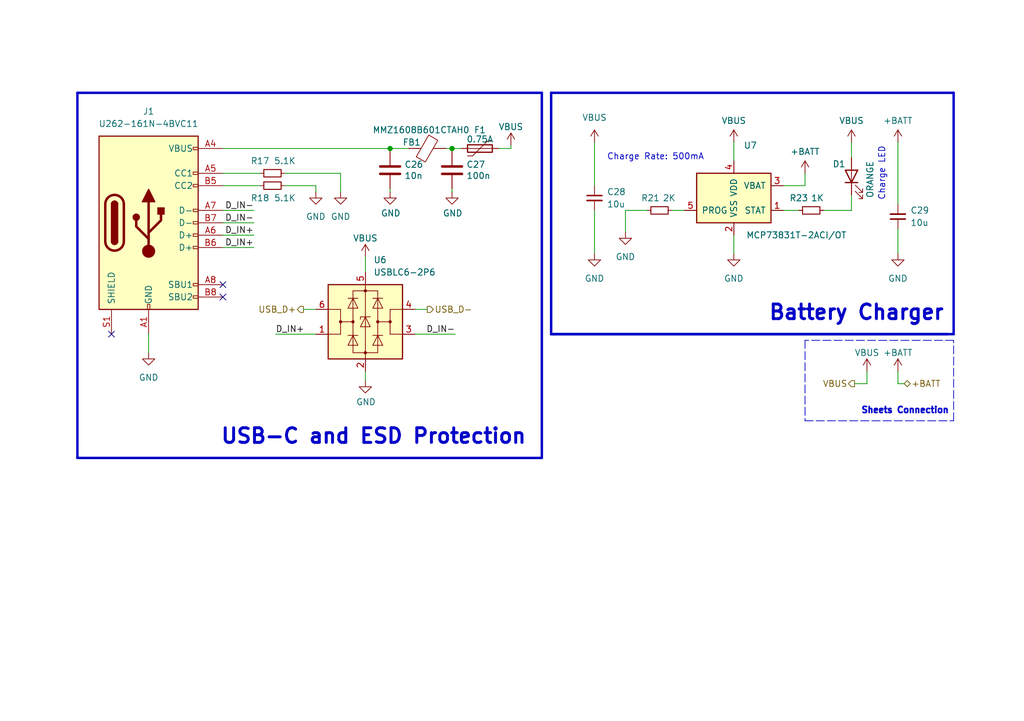
<source format=kicad_sch>
(kicad_sch (version 20230121) (generator eeschema)

  (uuid a19accfe-2822-4d89-a003-1210f75a2c15)

  (paper "A5")

  (lib_symbols
    (symbol "Battery_Management:MCP73831-2-OT" (pin_names (offset 1.016)) (in_bom yes) (on_board yes)
      (property "Reference" "U" (at -7.62 6.35 0)
        (effects (font (size 1.27 1.27)) (justify left))
      )
      (property "Value" "MCP73831-2-OT" (at 1.27 6.35 0)
        (effects (font (size 1.27 1.27)) (justify left))
      )
      (property "Footprint" "Package_TO_SOT_SMD:SOT-23-5" (at 1.27 -6.35 0)
        (effects (font (size 1.27 1.27) italic) (justify left) hide)
      )
      (property "Datasheet" "http://ww1.microchip.com/downloads/en/DeviceDoc/20001984g.pdf" (at -3.81 -1.27 0)
        (effects (font (size 1.27 1.27)) hide)
      )
      (property "ki_keywords" "battery charger lithium" (at 0 0 0)
        (effects (font (size 1.27 1.27)) hide)
      )
      (property "ki_description" "Single cell, Li-Ion/Li-Po charge management controller, 4.20V, Tri-State Status Output, in SOT23-5 package" (at 0 0 0)
        (effects (font (size 1.27 1.27)) hide)
      )
      (property "ki_fp_filters" "SOT?23*" (at 0 0 0)
        (effects (font (size 1.27 1.27)) hide)
      )
      (symbol "MCP73831-2-OT_0_1"
        (rectangle (start -7.62 5.08) (end 7.62 -5.08)
          (stroke (width 0.254) (type default))
          (fill (type background))
        )
      )
      (symbol "MCP73831-2-OT_1_1"
        (pin output line (at 10.16 -2.54 180) (length 2.54)
          (name "STAT" (effects (font (size 1.27 1.27))))
          (number "1" (effects (font (size 1.27 1.27))))
        )
        (pin power_in line (at 0 -7.62 90) (length 2.54)
          (name "VSS" (effects (font (size 1.27 1.27))))
          (number "2" (effects (font (size 1.27 1.27))))
        )
        (pin power_out line (at 10.16 2.54 180) (length 2.54)
          (name "VBAT" (effects (font (size 1.27 1.27))))
          (number "3" (effects (font (size 1.27 1.27))))
        )
        (pin power_in line (at 0 7.62 270) (length 2.54)
          (name "VDD" (effects (font (size 1.27 1.27))))
          (number "4" (effects (font (size 1.27 1.27))))
        )
        (pin input line (at -10.16 -2.54 0) (length 2.54)
          (name "PROG" (effects (font (size 1.27 1.27))))
          (number "5" (effects (font (size 1.27 1.27))))
        )
      )
    )
    (symbol "Connector:USB_C_Receptacle_USB2.0" (pin_names (offset 1.016)) (in_bom yes) (on_board yes)
      (property "Reference" "J" (at -10.16 19.05 0)
        (effects (font (size 1.27 1.27)) (justify left))
      )
      (property "Value" "USB_C_Receptacle_USB2.0" (at 19.05 19.05 0)
        (effects (font (size 1.27 1.27)) (justify right))
      )
      (property "Footprint" "" (at 3.81 0 0)
        (effects (font (size 1.27 1.27)) hide)
      )
      (property "Datasheet" "https://www.usb.org/sites/default/files/documents/usb_type-c.zip" (at 3.81 0 0)
        (effects (font (size 1.27 1.27)) hide)
      )
      (property "ki_keywords" "usb universal serial bus type-C USB2.0" (at 0 0 0)
        (effects (font (size 1.27 1.27)) hide)
      )
      (property "ki_description" "USB 2.0-only Type-C Receptacle connector" (at 0 0 0)
        (effects (font (size 1.27 1.27)) hide)
      )
      (property "ki_fp_filters" "USB*C*Receptacle*" (at 0 0 0)
        (effects (font (size 1.27 1.27)) hide)
      )
      (symbol "USB_C_Receptacle_USB2.0_0_0"
        (rectangle (start -0.254 -17.78) (end 0.254 -16.764)
          (stroke (width 0) (type default))
          (fill (type none))
        )
        (rectangle (start 10.16 -14.986) (end 9.144 -15.494)
          (stroke (width 0) (type default))
          (fill (type none))
        )
        (rectangle (start 10.16 -12.446) (end 9.144 -12.954)
          (stroke (width 0) (type default))
          (fill (type none))
        )
        (rectangle (start 10.16 -4.826) (end 9.144 -5.334)
          (stroke (width 0) (type default))
          (fill (type none))
        )
        (rectangle (start 10.16 -2.286) (end 9.144 -2.794)
          (stroke (width 0) (type default))
          (fill (type none))
        )
        (rectangle (start 10.16 0.254) (end 9.144 -0.254)
          (stroke (width 0) (type default))
          (fill (type none))
        )
        (rectangle (start 10.16 2.794) (end 9.144 2.286)
          (stroke (width 0) (type default))
          (fill (type none))
        )
        (rectangle (start 10.16 7.874) (end 9.144 7.366)
          (stroke (width 0) (type default))
          (fill (type none))
        )
        (rectangle (start 10.16 10.414) (end 9.144 9.906)
          (stroke (width 0) (type default))
          (fill (type none))
        )
        (rectangle (start 10.16 15.494) (end 9.144 14.986)
          (stroke (width 0) (type default))
          (fill (type none))
        )
      )
      (symbol "USB_C_Receptacle_USB2.0_0_1"
        (rectangle (start -10.16 17.78) (end 10.16 -17.78)
          (stroke (width 0.254) (type default))
          (fill (type background))
        )
        (arc (start -8.89 -3.81) (mid -6.985 -5.7067) (end -5.08 -3.81)
          (stroke (width 0.508) (type default))
          (fill (type none))
        )
        (arc (start -7.62 -3.81) (mid -6.985 -4.4423) (end -6.35 -3.81)
          (stroke (width 0.254) (type default))
          (fill (type none))
        )
        (arc (start -7.62 -3.81) (mid -6.985 -4.4423) (end -6.35 -3.81)
          (stroke (width 0.254) (type default))
          (fill (type outline))
        )
        (rectangle (start -7.62 -3.81) (end -6.35 3.81)
          (stroke (width 0.254) (type default))
          (fill (type outline))
        )
        (arc (start -6.35 3.81) (mid -6.985 4.4423) (end -7.62 3.81)
          (stroke (width 0.254) (type default))
          (fill (type none))
        )
        (arc (start -6.35 3.81) (mid -6.985 4.4423) (end -7.62 3.81)
          (stroke (width 0.254) (type default))
          (fill (type outline))
        )
        (arc (start -5.08 3.81) (mid -6.985 5.7067) (end -8.89 3.81)
          (stroke (width 0.508) (type default))
          (fill (type none))
        )
        (circle (center -2.54 1.143) (radius 0.635)
          (stroke (width 0.254) (type default))
          (fill (type outline))
        )
        (circle (center 0 -5.842) (radius 1.27)
          (stroke (width 0) (type default))
          (fill (type outline))
        )
        (polyline
          (pts
            (xy -8.89 -3.81)
            (xy -8.89 3.81)
          )
          (stroke (width 0.508) (type default))
          (fill (type none))
        )
        (polyline
          (pts
            (xy -5.08 3.81)
            (xy -5.08 -3.81)
          )
          (stroke (width 0.508) (type default))
          (fill (type none))
        )
        (polyline
          (pts
            (xy 0 -5.842)
            (xy 0 4.318)
          )
          (stroke (width 0.508) (type default))
          (fill (type none))
        )
        (polyline
          (pts
            (xy 0 -3.302)
            (xy -2.54 -0.762)
            (xy -2.54 0.508)
          )
          (stroke (width 0.508) (type default))
          (fill (type none))
        )
        (polyline
          (pts
            (xy 0 -2.032)
            (xy 2.54 0.508)
            (xy 2.54 1.778)
          )
          (stroke (width 0.508) (type default))
          (fill (type none))
        )
        (polyline
          (pts
            (xy -1.27 4.318)
            (xy 0 6.858)
            (xy 1.27 4.318)
            (xy -1.27 4.318)
          )
          (stroke (width 0.254) (type default))
          (fill (type outline))
        )
        (rectangle (start 1.905 1.778) (end 3.175 3.048)
          (stroke (width 0.254) (type default))
          (fill (type outline))
        )
      )
      (symbol "USB_C_Receptacle_USB2.0_1_1"
        (pin passive line (at 0 -22.86 90) (length 5.08)
          (name "GND" (effects (font (size 1.27 1.27))))
          (number "A1" (effects (font (size 1.27 1.27))))
        )
        (pin passive line (at 0 -22.86 90) (length 5.08) hide
          (name "GND" (effects (font (size 1.27 1.27))))
          (number "A12" (effects (font (size 1.27 1.27))))
        )
        (pin passive line (at 15.24 15.24 180) (length 5.08)
          (name "VBUS" (effects (font (size 1.27 1.27))))
          (number "A4" (effects (font (size 1.27 1.27))))
        )
        (pin bidirectional line (at 15.24 10.16 180) (length 5.08)
          (name "CC1" (effects (font (size 1.27 1.27))))
          (number "A5" (effects (font (size 1.27 1.27))))
        )
        (pin bidirectional line (at 15.24 -2.54 180) (length 5.08)
          (name "D+" (effects (font (size 1.27 1.27))))
          (number "A6" (effects (font (size 1.27 1.27))))
        )
        (pin bidirectional line (at 15.24 2.54 180) (length 5.08)
          (name "D-" (effects (font (size 1.27 1.27))))
          (number "A7" (effects (font (size 1.27 1.27))))
        )
        (pin bidirectional line (at 15.24 -12.7 180) (length 5.08)
          (name "SBU1" (effects (font (size 1.27 1.27))))
          (number "A8" (effects (font (size 1.27 1.27))))
        )
        (pin passive line (at 15.24 15.24 180) (length 5.08) hide
          (name "VBUS" (effects (font (size 1.27 1.27))))
          (number "A9" (effects (font (size 1.27 1.27))))
        )
        (pin passive line (at 0 -22.86 90) (length 5.08) hide
          (name "GND" (effects (font (size 1.27 1.27))))
          (number "B1" (effects (font (size 1.27 1.27))))
        )
        (pin passive line (at 0 -22.86 90) (length 5.08) hide
          (name "GND" (effects (font (size 1.27 1.27))))
          (number "B12" (effects (font (size 1.27 1.27))))
        )
        (pin passive line (at 15.24 15.24 180) (length 5.08) hide
          (name "VBUS" (effects (font (size 1.27 1.27))))
          (number "B4" (effects (font (size 1.27 1.27))))
        )
        (pin bidirectional line (at 15.24 7.62 180) (length 5.08)
          (name "CC2" (effects (font (size 1.27 1.27))))
          (number "B5" (effects (font (size 1.27 1.27))))
        )
        (pin bidirectional line (at 15.24 -5.08 180) (length 5.08)
          (name "D+" (effects (font (size 1.27 1.27))))
          (number "B6" (effects (font (size 1.27 1.27))))
        )
        (pin bidirectional line (at 15.24 0 180) (length 5.08)
          (name "D-" (effects (font (size 1.27 1.27))))
          (number "B7" (effects (font (size 1.27 1.27))))
        )
        (pin bidirectional line (at 15.24 -15.24 180) (length 5.08)
          (name "SBU2" (effects (font (size 1.27 1.27))))
          (number "B8" (effects (font (size 1.27 1.27))))
        )
        (pin passive line (at 15.24 15.24 180) (length 5.08) hide
          (name "VBUS" (effects (font (size 1.27 1.27))))
          (number "B9" (effects (font (size 1.27 1.27))))
        )
        (pin passive line (at -7.62 -22.86 90) (length 5.08)
          (name "SHIELD" (effects (font (size 1.27 1.27))))
          (number "S1" (effects (font (size 1.27 1.27))))
        )
      )
    )
    (symbol "Device:C" (pin_numbers hide) (pin_names (offset 0.254)) (in_bom yes) (on_board yes)
      (property "Reference" "C" (at 0.635 2.54 0)
        (effects (font (size 1.27 1.27)) (justify left))
      )
      (property "Value" "C" (at 0.635 -2.54 0)
        (effects (font (size 1.27 1.27)) (justify left))
      )
      (property "Footprint" "" (at 0.9652 -3.81 0)
        (effects (font (size 1.27 1.27)) hide)
      )
      (property "Datasheet" "~" (at 0 0 0)
        (effects (font (size 1.27 1.27)) hide)
      )
      (property "ki_keywords" "cap capacitor" (at 0 0 0)
        (effects (font (size 1.27 1.27)) hide)
      )
      (property "ki_description" "Unpolarized capacitor" (at 0 0 0)
        (effects (font (size 1.27 1.27)) hide)
      )
      (property "ki_fp_filters" "C_*" (at 0 0 0)
        (effects (font (size 1.27 1.27)) hide)
      )
      (symbol "C_0_1"
        (polyline
          (pts
            (xy -2.032 -0.762)
            (xy 2.032 -0.762)
          )
          (stroke (width 0.508) (type default))
          (fill (type none))
        )
        (polyline
          (pts
            (xy -2.032 0.762)
            (xy 2.032 0.762)
          )
          (stroke (width 0.508) (type default))
          (fill (type none))
        )
      )
      (symbol "C_1_1"
        (pin passive line (at 0 3.81 270) (length 2.794)
          (name "~" (effects (font (size 1.27 1.27))))
          (number "1" (effects (font (size 1.27 1.27))))
        )
        (pin passive line (at 0 -3.81 90) (length 2.794)
          (name "~" (effects (font (size 1.27 1.27))))
          (number "2" (effects (font (size 1.27 1.27))))
        )
      )
    )
    (symbol "Device:C_Small" (pin_numbers hide) (pin_names (offset 0.254) hide) (in_bom yes) (on_board yes)
      (property "Reference" "C" (at 0.254 1.778 0)
        (effects (font (size 1.27 1.27)) (justify left))
      )
      (property "Value" "C_Small" (at 0.254 -2.032 0)
        (effects (font (size 1.27 1.27)) (justify left))
      )
      (property "Footprint" "" (at 0 0 0)
        (effects (font (size 1.27 1.27)) hide)
      )
      (property "Datasheet" "~" (at 0 0 0)
        (effects (font (size 1.27 1.27)) hide)
      )
      (property "ki_keywords" "capacitor cap" (at 0 0 0)
        (effects (font (size 1.27 1.27)) hide)
      )
      (property "ki_description" "Unpolarized capacitor, small symbol" (at 0 0 0)
        (effects (font (size 1.27 1.27)) hide)
      )
      (property "ki_fp_filters" "C_*" (at 0 0 0)
        (effects (font (size 1.27 1.27)) hide)
      )
      (symbol "C_Small_0_1"
        (polyline
          (pts
            (xy -1.524 -0.508)
            (xy 1.524 -0.508)
          )
          (stroke (width 0.3302) (type default))
          (fill (type none))
        )
        (polyline
          (pts
            (xy -1.524 0.508)
            (xy 1.524 0.508)
          )
          (stroke (width 0.3048) (type default))
          (fill (type none))
        )
      )
      (symbol "C_Small_1_1"
        (pin passive line (at 0 2.54 270) (length 2.032)
          (name "~" (effects (font (size 1.27 1.27))))
          (number "1" (effects (font (size 1.27 1.27))))
        )
        (pin passive line (at 0 -2.54 90) (length 2.032)
          (name "~" (effects (font (size 1.27 1.27))))
          (number "2" (effects (font (size 1.27 1.27))))
        )
      )
    )
    (symbol "Device:LED" (pin_numbers hide) (pin_names (offset 1.016) hide) (in_bom yes) (on_board yes)
      (property "Reference" "D" (at 0 2.54 0)
        (effects (font (size 1.27 1.27)))
      )
      (property "Value" "LED" (at 0 -2.54 0)
        (effects (font (size 1.27 1.27)))
      )
      (property "Footprint" "" (at 0 0 0)
        (effects (font (size 1.27 1.27)) hide)
      )
      (property "Datasheet" "~" (at 0 0 0)
        (effects (font (size 1.27 1.27)) hide)
      )
      (property "ki_keywords" "LED diode" (at 0 0 0)
        (effects (font (size 1.27 1.27)) hide)
      )
      (property "ki_description" "Light emitting diode" (at 0 0 0)
        (effects (font (size 1.27 1.27)) hide)
      )
      (property "ki_fp_filters" "LED* LED_SMD:* LED_THT:*" (at 0 0 0)
        (effects (font (size 1.27 1.27)) hide)
      )
      (symbol "LED_0_1"
        (polyline
          (pts
            (xy -1.27 -1.27)
            (xy -1.27 1.27)
          )
          (stroke (width 0.254) (type default))
          (fill (type none))
        )
        (polyline
          (pts
            (xy -1.27 0)
            (xy 1.27 0)
          )
          (stroke (width 0) (type default))
          (fill (type none))
        )
        (polyline
          (pts
            (xy 1.27 -1.27)
            (xy 1.27 1.27)
            (xy -1.27 0)
            (xy 1.27 -1.27)
          )
          (stroke (width 0.254) (type default))
          (fill (type none))
        )
        (polyline
          (pts
            (xy -3.048 -0.762)
            (xy -4.572 -2.286)
            (xy -3.81 -2.286)
            (xy -4.572 -2.286)
            (xy -4.572 -1.524)
          )
          (stroke (width 0) (type default))
          (fill (type none))
        )
        (polyline
          (pts
            (xy -1.778 -0.762)
            (xy -3.302 -2.286)
            (xy -2.54 -2.286)
            (xy -3.302 -2.286)
            (xy -3.302 -1.524)
          )
          (stroke (width 0) (type default))
          (fill (type none))
        )
      )
      (symbol "LED_1_1"
        (pin passive line (at -3.81 0 0) (length 2.54)
          (name "K" (effects (font (size 1.27 1.27))))
          (number "1" (effects (font (size 1.27 1.27))))
        )
        (pin passive line (at 3.81 0 180) (length 2.54)
          (name "A" (effects (font (size 1.27 1.27))))
          (number "2" (effects (font (size 1.27 1.27))))
        )
      )
    )
    (symbol "Device:Polyfuse" (pin_numbers hide) (pin_names (offset 0)) (in_bom yes) (on_board yes)
      (property "Reference" "F" (at -2.54 0 90)
        (effects (font (size 1.27 1.27)))
      )
      (property "Value" "Polyfuse" (at 2.54 0 90)
        (effects (font (size 1.27 1.27)))
      )
      (property "Footprint" "" (at 1.27 -5.08 0)
        (effects (font (size 1.27 1.27)) (justify left) hide)
      )
      (property "Datasheet" "~" (at 0 0 0)
        (effects (font (size 1.27 1.27)) hide)
      )
      (property "ki_keywords" "resettable fuse PTC PPTC polyfuse polyswitch" (at 0 0 0)
        (effects (font (size 1.27 1.27)) hide)
      )
      (property "ki_description" "Resettable fuse, polymeric positive temperature coefficient" (at 0 0 0)
        (effects (font (size 1.27 1.27)) hide)
      )
      (property "ki_fp_filters" "*polyfuse* *PTC*" (at 0 0 0)
        (effects (font (size 1.27 1.27)) hide)
      )
      (symbol "Polyfuse_0_1"
        (rectangle (start -0.762 2.54) (end 0.762 -2.54)
          (stroke (width 0.254) (type default))
          (fill (type none))
        )
        (polyline
          (pts
            (xy 0 2.54)
            (xy 0 -2.54)
          )
          (stroke (width 0) (type default))
          (fill (type none))
        )
        (polyline
          (pts
            (xy -1.524 2.54)
            (xy -1.524 1.524)
            (xy 1.524 -1.524)
            (xy 1.524 -2.54)
          )
          (stroke (width 0) (type default))
          (fill (type none))
        )
      )
      (symbol "Polyfuse_1_1"
        (pin passive line (at 0 3.81 270) (length 1.27)
          (name "~" (effects (font (size 1.27 1.27))))
          (number "1" (effects (font (size 1.27 1.27))))
        )
        (pin passive line (at 0 -3.81 90) (length 1.27)
          (name "~" (effects (font (size 1.27 1.27))))
          (number "2" (effects (font (size 1.27 1.27))))
        )
      )
    )
    (symbol "Device:R_Small" (pin_numbers hide) (pin_names (offset 0.254) hide) (in_bom yes) (on_board yes)
      (property "Reference" "R" (at 0.762 0.508 0)
        (effects (font (size 1.27 1.27)) (justify left))
      )
      (property "Value" "R_Small" (at 0.762 -1.016 0)
        (effects (font (size 1.27 1.27)) (justify left))
      )
      (property "Footprint" "" (at 0 0 0)
        (effects (font (size 1.27 1.27)) hide)
      )
      (property "Datasheet" "~" (at 0 0 0)
        (effects (font (size 1.27 1.27)) hide)
      )
      (property "ki_keywords" "R resistor" (at 0 0 0)
        (effects (font (size 1.27 1.27)) hide)
      )
      (property "ki_description" "Resistor, small symbol" (at 0 0 0)
        (effects (font (size 1.27 1.27)) hide)
      )
      (property "ki_fp_filters" "R_*" (at 0 0 0)
        (effects (font (size 1.27 1.27)) hide)
      )
      (symbol "R_Small_0_1"
        (rectangle (start -0.762 1.778) (end 0.762 -1.778)
          (stroke (width 0.2032) (type default))
          (fill (type none))
        )
      )
      (symbol "R_Small_1_1"
        (pin passive line (at 0 2.54 270) (length 0.762)
          (name "~" (effects (font (size 1.27 1.27))))
          (number "1" (effects (font (size 1.27 1.27))))
        )
        (pin passive line (at 0 -2.54 90) (length 0.762)
          (name "~" (effects (font (size 1.27 1.27))))
          (number "2" (effects (font (size 1.27 1.27))))
        )
      )
    )
    (symbol "Penguino-STM32WL-LoRa-E5-rescue:Ferrite_Bead-Device" (pin_numbers hide) (pin_names (offset 0)) (in_bom yes) (on_board yes)
      (property "Reference" "FB" (at -3.81 0.635 90)
        (effects (font (size 1.27 1.27)))
      )
      (property "Value" "Device_Ferrite_Bead" (at 3.81 0 90)
        (effects (font (size 1.27 1.27)))
      )
      (property "Footprint" "" (at -1.778 0 90)
        (effects (font (size 1.27 1.27)) hide)
      )
      (property "Datasheet" "" (at 0 0 0)
        (effects (font (size 1.27 1.27)) hide)
      )
      (property "ki_fp_filters" "Inductor_* L_* *Ferrite*" (at 0 0 0)
        (effects (font (size 1.27 1.27)) hide)
      )
      (symbol "Ferrite_Bead-Device_0_1"
        (polyline
          (pts
            (xy 0 -1.27)
            (xy 0 -1.2192)
          )
          (stroke (width 0) (type solid))
          (fill (type none))
        )
        (polyline
          (pts
            (xy 0 1.27)
            (xy 0 1.2954)
          )
          (stroke (width 0) (type solid))
          (fill (type none))
        )
        (polyline
          (pts
            (xy -2.7686 0.4064)
            (xy -1.7018 2.2606)
            (xy 2.7686 -0.3048)
            (xy 1.6764 -2.159)
            (xy -2.7686 0.4064)
          )
          (stroke (width 0) (type solid))
          (fill (type none))
        )
      )
      (symbol "Ferrite_Bead-Device_1_1"
        (pin passive line (at 0 3.81 270) (length 2.54)
          (name "~" (effects (font (size 1.27 1.27))))
          (number "1" (effects (font (size 1.27 1.27))))
        )
        (pin passive line (at 0 -3.81 90) (length 2.54)
          (name "~" (effects (font (size 1.27 1.27))))
          (number "2" (effects (font (size 1.27 1.27))))
        )
      )
    )
    (symbol "Power_Protection:USBLC6-2P6" (pin_names hide) (in_bom yes) (on_board yes)
      (property "Reference" "U" (at 2.54 8.89 0)
        (effects (font (size 1.27 1.27)) (justify left))
      )
      (property "Value" "USBLC6-2P6" (at 2.54 -8.89 0)
        (effects (font (size 1.27 1.27)) (justify left))
      )
      (property "Footprint" "Package_TO_SOT_SMD:SOT-666" (at 0 -12.7 0)
        (effects (font (size 1.27 1.27)) hide)
      )
      (property "Datasheet" "https://www.st.com/resource/en/datasheet/usblc6-2.pdf" (at 5.08 8.89 0)
        (effects (font (size 1.27 1.27)) hide)
      )
      (property "ki_keywords" "usb ethernet video" (at 0 0 0)
        (effects (font (size 1.27 1.27)) hide)
      )
      (property "ki_description" "Very low capacitance ESD protection diode, 2 data-line, SOT-666" (at 0 0 0)
        (effects (font (size 1.27 1.27)) hide)
      )
      (property "ki_fp_filters" "SOT?666*" (at 0 0 0)
        (effects (font (size 1.27 1.27)) hide)
      )
      (symbol "USBLC6-2P6_0_1"
        (rectangle (start -7.62 -7.62) (end 7.62 7.62)
          (stroke (width 0.254) (type default))
          (fill (type background))
        )
        (circle (center -5.08 0) (radius 0.254)
          (stroke (width 0) (type default))
          (fill (type outline))
        )
        (circle (center -2.54 0) (radius 0.254)
          (stroke (width 0) (type default))
          (fill (type outline))
        )
        (rectangle (start -2.54 6.35) (end 2.54 -6.35)
          (stroke (width 0) (type default))
          (fill (type none))
        )
        (circle (center 0 -6.35) (radius 0.254)
          (stroke (width 0) (type default))
          (fill (type outline))
        )
        (polyline
          (pts
            (xy -5.08 -2.54)
            (xy -7.62 -2.54)
          )
          (stroke (width 0) (type default))
          (fill (type none))
        )
        (polyline
          (pts
            (xy -5.08 0)
            (xy -5.08 -2.54)
          )
          (stroke (width 0) (type default))
          (fill (type none))
        )
        (polyline
          (pts
            (xy -5.08 2.54)
            (xy -7.62 2.54)
          )
          (stroke (width 0) (type default))
          (fill (type none))
        )
        (polyline
          (pts
            (xy -1.524 -2.794)
            (xy -3.556 -2.794)
          )
          (stroke (width 0) (type default))
          (fill (type none))
        )
        (polyline
          (pts
            (xy -1.524 4.826)
            (xy -3.556 4.826)
          )
          (stroke (width 0) (type default))
          (fill (type none))
        )
        (polyline
          (pts
            (xy 0 -7.62)
            (xy 0 -6.35)
          )
          (stroke (width 0) (type default))
          (fill (type none))
        )
        (polyline
          (pts
            (xy 0 -6.35)
            (xy 0 1.27)
          )
          (stroke (width 0) (type default))
          (fill (type none))
        )
        (polyline
          (pts
            (xy 0 1.27)
            (xy 0 6.35)
          )
          (stroke (width 0) (type default))
          (fill (type none))
        )
        (polyline
          (pts
            (xy 0 6.35)
            (xy 0 7.62)
          )
          (stroke (width 0) (type default))
          (fill (type none))
        )
        (polyline
          (pts
            (xy 1.524 -2.794)
            (xy 3.556 -2.794)
          )
          (stroke (width 0) (type default))
          (fill (type none))
        )
        (polyline
          (pts
            (xy 1.524 4.826)
            (xy 3.556 4.826)
          )
          (stroke (width 0) (type default))
          (fill (type none))
        )
        (polyline
          (pts
            (xy 5.08 -2.54)
            (xy 7.62 -2.54)
          )
          (stroke (width 0) (type default))
          (fill (type none))
        )
        (polyline
          (pts
            (xy 5.08 0)
            (xy 5.08 -2.54)
          )
          (stroke (width 0) (type default))
          (fill (type none))
        )
        (polyline
          (pts
            (xy 5.08 2.54)
            (xy 7.62 2.54)
          )
          (stroke (width 0) (type default))
          (fill (type none))
        )
        (polyline
          (pts
            (xy -2.54 0)
            (xy -5.08 0)
            (xy -5.08 2.54)
          )
          (stroke (width 0) (type default))
          (fill (type none))
        )
        (polyline
          (pts
            (xy 2.54 0)
            (xy 5.08 0)
            (xy 5.08 2.54)
          )
          (stroke (width 0) (type default))
          (fill (type none))
        )
        (polyline
          (pts
            (xy -3.556 -4.826)
            (xy -1.524 -4.826)
            (xy -2.54 -2.794)
            (xy -3.556 -4.826)
          )
          (stroke (width 0) (type default))
          (fill (type none))
        )
        (polyline
          (pts
            (xy -3.556 2.794)
            (xy -1.524 2.794)
            (xy -2.54 4.826)
            (xy -3.556 2.794)
          )
          (stroke (width 0) (type default))
          (fill (type none))
        )
        (polyline
          (pts
            (xy -1.016 -1.016)
            (xy 1.016 -1.016)
            (xy 0 1.016)
            (xy -1.016 -1.016)
          )
          (stroke (width 0) (type default))
          (fill (type none))
        )
        (polyline
          (pts
            (xy 1.016 1.016)
            (xy 0.762 1.016)
            (xy -1.016 1.016)
            (xy -1.016 0.508)
          )
          (stroke (width 0) (type default))
          (fill (type none))
        )
        (polyline
          (pts
            (xy 3.556 -4.826)
            (xy 1.524 -4.826)
            (xy 2.54 -2.794)
            (xy 3.556 -4.826)
          )
          (stroke (width 0) (type default))
          (fill (type none))
        )
        (polyline
          (pts
            (xy 3.556 2.794)
            (xy 1.524 2.794)
            (xy 2.54 4.826)
            (xy 3.556 2.794)
          )
          (stroke (width 0) (type default))
          (fill (type none))
        )
        (circle (center 0 6.35) (radius 0.254)
          (stroke (width 0) (type default))
          (fill (type outline))
        )
        (circle (center 2.54 0) (radius 0.254)
          (stroke (width 0) (type default))
          (fill (type outline))
        )
        (circle (center 5.08 0) (radius 0.254)
          (stroke (width 0) (type default))
          (fill (type outline))
        )
      )
      (symbol "USBLC6-2P6_1_1"
        (pin passive line (at -10.16 -2.54 0) (length 2.54)
          (name "I/O1" (effects (font (size 1.27 1.27))))
          (number "1" (effects (font (size 1.27 1.27))))
        )
        (pin passive line (at 0 -10.16 90) (length 2.54)
          (name "GND" (effects (font (size 1.27 1.27))))
          (number "2" (effects (font (size 1.27 1.27))))
        )
        (pin passive line (at 10.16 -2.54 180) (length 2.54)
          (name "I/O2" (effects (font (size 1.27 1.27))))
          (number "3" (effects (font (size 1.27 1.27))))
        )
        (pin passive line (at 10.16 2.54 180) (length 2.54)
          (name "I/O2" (effects (font (size 1.27 1.27))))
          (number "4" (effects (font (size 1.27 1.27))))
        )
        (pin passive line (at 0 10.16 270) (length 2.54)
          (name "VBUS" (effects (font (size 1.27 1.27))))
          (number "5" (effects (font (size 1.27 1.27))))
        )
        (pin passive line (at -10.16 2.54 0) (length 2.54)
          (name "I/O1" (effects (font (size 1.27 1.27))))
          (number "6" (effects (font (size 1.27 1.27))))
        )
      )
    )
    (symbol "power:+BATT" (power) (pin_names (offset 0)) (in_bom yes) (on_board yes)
      (property "Reference" "#PWR" (at 0 -3.81 0)
        (effects (font (size 1.27 1.27)) hide)
      )
      (property "Value" "+BATT" (at 0 3.556 0)
        (effects (font (size 1.27 1.27)))
      )
      (property "Footprint" "" (at 0 0 0)
        (effects (font (size 1.27 1.27)) hide)
      )
      (property "Datasheet" "" (at 0 0 0)
        (effects (font (size 1.27 1.27)) hide)
      )
      (property "ki_keywords" "power-flag battery" (at 0 0 0)
        (effects (font (size 1.27 1.27)) hide)
      )
      (property "ki_description" "Power symbol creates a global label with name \"+BATT\"" (at 0 0 0)
        (effects (font (size 1.27 1.27)) hide)
      )
      (symbol "+BATT_0_1"
        (polyline
          (pts
            (xy -0.762 1.27)
            (xy 0 2.54)
          )
          (stroke (width 0) (type default))
          (fill (type none))
        )
        (polyline
          (pts
            (xy 0 0)
            (xy 0 2.54)
          )
          (stroke (width 0) (type default))
          (fill (type none))
        )
        (polyline
          (pts
            (xy 0 2.54)
            (xy 0.762 1.27)
          )
          (stroke (width 0) (type default))
          (fill (type none))
        )
      )
      (symbol "+BATT_1_1"
        (pin power_in line (at 0 0 90) (length 0) hide
          (name "+BATT" (effects (font (size 1.27 1.27))))
          (number "1" (effects (font (size 1.27 1.27))))
        )
      )
    )
    (symbol "power:GND" (power) (pin_names (offset 0)) (in_bom yes) (on_board yes)
      (property "Reference" "#PWR" (at 0 -6.35 0)
        (effects (font (size 1.27 1.27)) hide)
      )
      (property "Value" "GND" (at 0 -3.81 0)
        (effects (font (size 1.27 1.27)))
      )
      (property "Footprint" "" (at 0 0 0)
        (effects (font (size 1.27 1.27)) hide)
      )
      (property "Datasheet" "" (at 0 0 0)
        (effects (font (size 1.27 1.27)) hide)
      )
      (property "ki_keywords" "power-flag" (at 0 0 0)
        (effects (font (size 1.27 1.27)) hide)
      )
      (property "ki_description" "Power symbol creates a global label with name \"GND\" , ground" (at 0 0 0)
        (effects (font (size 1.27 1.27)) hide)
      )
      (symbol "GND_0_1"
        (polyline
          (pts
            (xy 0 0)
            (xy 0 -1.27)
            (xy 1.27 -1.27)
            (xy 0 -2.54)
            (xy -1.27 -1.27)
            (xy 0 -1.27)
          )
          (stroke (width 0) (type default))
          (fill (type none))
        )
      )
      (symbol "GND_1_1"
        (pin power_in line (at 0 0 270) (length 0) hide
          (name "GND" (effects (font (size 1.27 1.27))))
          (number "1" (effects (font (size 1.27 1.27))))
        )
      )
    )
    (symbol "power:VBUS" (power) (pin_names (offset 0)) (in_bom yes) (on_board yes)
      (property "Reference" "#PWR" (at 0 -3.81 0)
        (effects (font (size 1.27 1.27)) hide)
      )
      (property "Value" "VBUS" (at 0 3.81 0)
        (effects (font (size 1.27 1.27)))
      )
      (property "Footprint" "" (at 0 0 0)
        (effects (font (size 1.27 1.27)) hide)
      )
      (property "Datasheet" "" (at 0 0 0)
        (effects (font (size 1.27 1.27)) hide)
      )
      (property "ki_keywords" "power-flag" (at 0 0 0)
        (effects (font (size 1.27 1.27)) hide)
      )
      (property "ki_description" "Power symbol creates a global label with name \"VBUS\"" (at 0 0 0)
        (effects (font (size 1.27 1.27)) hide)
      )
      (symbol "VBUS_0_1"
        (polyline
          (pts
            (xy -0.762 1.27)
            (xy 0 2.54)
          )
          (stroke (width 0) (type default))
          (fill (type none))
        )
        (polyline
          (pts
            (xy 0 0)
            (xy 0 2.54)
          )
          (stroke (width 0) (type default))
          (fill (type none))
        )
        (polyline
          (pts
            (xy 0 2.54)
            (xy 0.762 1.27)
          )
          (stroke (width 0) (type default))
          (fill (type none))
        )
      )
      (symbol "VBUS_1_1"
        (pin power_in line (at 0 0 90) (length 0) hide
          (name "VBUS" (effects (font (size 1.27 1.27))))
          (number "1" (effects (font (size 1.27 1.27))))
        )
      )
    )
  )

  (junction (at 92.71 30.48) (diameter 0) (color 0 0 0 0)
    (uuid 7a9c81d6-99b0-4470-9a95-a510d859989f)
  )
  (junction (at 80.01 30.48) (diameter 0) (color 0 0 0 0)
    (uuid d539b3cd-ae6e-4336-9cd7-da9b05206f4d)
  )

  (no_connect (at 45.72 60.96) (uuid 536f8e70-73c4-4c96-ad58-3e158020e553))
  (no_connect (at 45.72 58.42) (uuid 6fb4533b-0be1-44c6-92d9-7989b5da2eac))
  (no_connect (at 22.86 68.58) (uuid e9c59b29-bf9d-4976-bcac-b26df752be87))

  (wire (pts (xy 165.1 35.56) (xy 165.1 38.1))
    (stroke (width 0) (type default))
    (uuid 0cdcd4e2-bd3e-4bfc-ab65-4357a1eed23e)
  )
  (polyline (pts (xy 165.1 69.85) (xy 165.1 86.36))
    (stroke (width 0) (type dash))
    (uuid 18f46a82-ab7f-44cc-9e4b-37756fc81dc3)
  )

  (wire (pts (xy 58.42 35.56) (xy 69.85 35.56))
    (stroke (width 0) (type default))
    (uuid 1b267fee-e602-4069-9b50-044d4d94460f)
  )
  (polyline (pts (xy 15.875 19.05) (xy 111.125 19.05))
    (stroke (width 0.5) (type default))
    (uuid 1b51a049-92e5-407e-9f8a-f5edaba637dd)
  )

  (wire (pts (xy 184.15 29.21) (xy 184.15 41.91))
    (stroke (width 0) (type default))
    (uuid 1ebbac1a-bc0d-46d3-a30d-279f4d9582d3)
  )
  (wire (pts (xy 85.09 63.5) (xy 87.63 63.5))
    (stroke (width 0) (type default))
    (uuid 2568fb88-1756-45c7-9ba7-a5a02675312f)
  )
  (wire (pts (xy 102.235 30.48) (xy 104.775 30.48))
    (stroke (width 0) (type default))
    (uuid 2793cd0b-e4ef-4f61-b735-abf360f5c57f)
  )
  (wire (pts (xy 74.93 76.2) (xy 74.93 78.105))
    (stroke (width 0) (type default))
    (uuid 27f9ab67-0ef0-4e6b-8e63-541ee2026a90)
  )
  (wire (pts (xy 184.15 78.74) (xy 185.42 78.74))
    (stroke (width 0) (type default))
    (uuid 2f2d425d-aa24-4a33-bd9d-f58b2b97dd11)
  )
  (wire (pts (xy 45.72 43.18) (xy 52.07 43.18))
    (stroke (width 0) (type default))
    (uuid 318a5079-52f7-4d97-a1fe-16aec5f2fdfa)
  )
  (wire (pts (xy 174.625 29.21) (xy 174.625 32.385))
    (stroke (width 0) (type default))
    (uuid 3b7c7cad-2f29-4962-8406-fa0c1ab7fe43)
  )
  (wire (pts (xy 45.72 48.26) (xy 52.07 48.26))
    (stroke (width 0) (type default))
    (uuid 3be7fa46-797e-4b26-b4eb-becc1fc49703)
  )
  (wire (pts (xy 137.795 43.18) (xy 140.335 43.18))
    (stroke (width 0) (type default))
    (uuid 3d68264d-1ec7-4ce5-aab8-a3341d2d3093)
  )
  (wire (pts (xy 92.71 31.115) (xy 92.71 30.48))
    (stroke (width 0) (type default))
    (uuid 40e73062-4623-4a6e-bfd7-f334747d7848)
  )
  (wire (pts (xy 56.515 68.58) (xy 64.77 68.58))
    (stroke (width 0) (type default))
    (uuid 47a6cd4d-3fe4-41d7-97f2-4016e8012a96)
  )
  (wire (pts (xy 128.27 43.18) (xy 128.27 47.625))
    (stroke (width 0) (type default))
    (uuid 4a5115b7-0a2a-4dab-8fd6-66a03f6ed3e2)
  )
  (wire (pts (xy 80.01 31.115) (xy 80.01 30.48))
    (stroke (width 0) (type default))
    (uuid 4c51a562-e86c-4af1-8230-9ec842c2fbf4)
  )
  (polyline (pts (xy 195.58 69.85) (xy 165.1 69.85))
    (stroke (width 0) (type dash))
    (uuid 502b8654-504c-4a73-93c1-32ac6f5343cf)
  )

  (wire (pts (xy 30.48 68.58) (xy 30.48 72.39))
    (stroke (width 0) (type default))
    (uuid 5f48bd04-883c-4dbf-90a0-54433293bb91)
  )
  (wire (pts (xy 80.01 38.735) (xy 80.01 39.37))
    (stroke (width 0) (type default))
    (uuid 601f6c68-3abe-4333-b0b0-84734d0114b5)
  )
  (wire (pts (xy 91.44 30.48) (xy 92.71 30.48))
    (stroke (width 0) (type default))
    (uuid 6b6eb0af-05d7-4d35-adb8-2045bebc385f)
  )
  (wire (pts (xy 45.72 50.8) (xy 52.07 50.8))
    (stroke (width 0) (type default))
    (uuid 7482925f-eff4-441b-ae27-fb839cb49c65)
  )
  (wire (pts (xy 45.72 35.56) (xy 53.34 35.56))
    (stroke (width 0) (type default))
    (uuid 74d0ca67-3c48-4bd2-81da-f625f716cdfd)
  )
  (polyline (pts (xy 113.03 68.58) (xy 113.03 19.05))
    (stroke (width 0.5) (type default))
    (uuid 77b08fd8-2b45-46a9-927b-3abd2ecbef0e)
  )

  (wire (pts (xy 45.72 30.48) (xy 80.01 30.48))
    (stroke (width 0) (type default))
    (uuid 7ac156b1-f9ce-42ba-8926-5c3614363295)
  )
  (wire (pts (xy 174.625 43.18) (xy 168.91 43.18))
    (stroke (width 0) (type default))
    (uuid 7ca93d2c-0d9d-46f8-abb7-b9cd80c32b63)
  )
  (wire (pts (xy 80.01 30.48) (xy 83.82 30.48))
    (stroke (width 0) (type default))
    (uuid 81268a14-7eca-49fe-b1fb-d46a0c6eb1c3)
  )
  (wire (pts (xy 160.655 43.18) (xy 163.83 43.18))
    (stroke (width 0) (type default))
    (uuid 8670a1fb-df00-411a-b4b4-1d458a2b5879)
  )
  (wire (pts (xy 92.71 38.735) (xy 92.71 39.37))
    (stroke (width 0) (type default))
    (uuid 870667b8-b9f0-4fe6-91e1-1ff9a6197363)
  )
  (polyline (pts (xy 195.58 19.05) (xy 195.58 68.58))
    (stroke (width 0.5) (type default))
    (uuid 8a218f2b-b60a-4f03-abe1-8a5780e53471)
  )

  (wire (pts (xy 177.8 78.74) (xy 177.8 76.2))
    (stroke (width 0) (type default))
    (uuid 8a9fa7c1-435f-444a-a98b-c8a244510685)
  )
  (polyline (pts (xy 111.125 93.98) (xy 111.125 19.05))
    (stroke (width 0.5) (type default))
    (uuid 8d911cf3-b95a-4478-8341-d1af7a16f4a6)
  )

  (wire (pts (xy 184.15 76.2) (xy 184.15 78.74))
    (stroke (width 0) (type default))
    (uuid 8f59bbb3-e78e-473c-82a0-b97a027b3c17)
  )
  (wire (pts (xy 45.72 45.72) (xy 52.07 45.72))
    (stroke (width 0) (type default))
    (uuid 950b97f6-dc2a-4bc2-b82c-ee517979e8c6)
  )
  (wire (pts (xy 175.26 78.74) (xy 177.8 78.74))
    (stroke (width 0) (type default))
    (uuid a19a5f45-53db-496f-8798-0a8e81e10c52)
  )
  (wire (pts (xy 69.85 35.56) (xy 69.85 39.37))
    (stroke (width 0) (type default))
    (uuid b04498b1-8b18-4199-b258-997290286c74)
  )
  (wire (pts (xy 150.495 48.26) (xy 150.495 52.07))
    (stroke (width 0) (type default))
    (uuid b16379c0-010f-4fa5-93d5-ef5386b5eafc)
  )
  (wire (pts (xy 121.92 29.21) (xy 121.92 38.1))
    (stroke (width 0) (type default))
    (uuid b3f8b436-3e19-495f-b6b9-ec3d5f5106a9)
  )
  (wire (pts (xy 58.42 38.1) (xy 64.77 38.1))
    (stroke (width 0) (type default))
    (uuid b8ad4812-a8d0-4ce3-962c-07d43e493a83)
  )
  (wire (pts (xy 74.93 52.705) (xy 74.93 55.88))
    (stroke (width 0) (type default))
    (uuid ba242d7d-8892-480b-84ae-ce211b1398cb)
  )
  (wire (pts (xy 62.23 63.5) (xy 64.77 63.5))
    (stroke (width 0) (type default))
    (uuid bfe40479-1770-4d67-8304-30c7df43cae1)
  )
  (wire (pts (xy 184.15 46.99) (xy 184.15 52.07))
    (stroke (width 0) (type default))
    (uuid c200aec4-a8b0-4ff4-8c3b-48446d8f197d)
  )
  (polyline (pts (xy 113.03 68.58) (xy 195.58 68.58))
    (stroke (width 0.5) (type default))
    (uuid c31f7a7e-3c7f-4f47-a810-f132d21ab233)
  )

  (wire (pts (xy 165.1 38.1) (xy 160.655 38.1))
    (stroke (width 0) (type default))
    (uuid c480f208-559b-4a73-9805-58662ff85171)
  )
  (wire (pts (xy 64.77 38.1) (xy 64.77 39.37))
    (stroke (width 0) (type default))
    (uuid c7dc3de3-8387-4e6b-a417-9a6275f7daf1)
  )
  (polyline (pts (xy 15.875 19.05) (xy 15.875 93.98))
    (stroke (width 0.5) (type default))
    (uuid c8240b26-70dd-49b9-aef7-f3f99465b65e)
  )

  (wire (pts (xy 85.09 68.58) (xy 93.345 68.58))
    (stroke (width 0) (type default))
    (uuid ce11593a-fa95-4009-8ea2-9ed2657301d1)
  )
  (wire (pts (xy 174.625 40.005) (xy 174.625 43.18))
    (stroke (width 0) (type default))
    (uuid d00b1791-6159-4728-8d29-18cfbdf7005b)
  )
  (wire (pts (xy 132.715 43.18) (xy 128.27 43.18))
    (stroke (width 0) (type default))
    (uuid d40a820a-7666-45f7-8d6c-9720d0381991)
  )
  (polyline (pts (xy 15.875 93.98) (xy 111.125 93.98))
    (stroke (width 0.5) (type default))
    (uuid d7baccbd-7b59-41e8-9d2b-23cf38ec4350)
  )
  (polyline (pts (xy 165.1 86.36) (xy 195.58 86.36))
    (stroke (width 0) (type dash))
    (uuid ddca24ea-14ac-4052-9915-c48f53f454a4)
  )

  (wire (pts (xy 45.72 38.1) (xy 53.34 38.1))
    (stroke (width 0) (type default))
    (uuid f20ab50c-9515-47d9-8cd5-ab6d22caebfe)
  )
  (wire (pts (xy 104.775 30.48) (xy 104.775 29.845))
    (stroke (width 0) (type default))
    (uuid f24d313c-ebb1-49a2-95a4-980f97946fac)
  )
  (wire (pts (xy 150.495 29.21) (xy 150.495 33.02))
    (stroke (width 0) (type default))
    (uuid f9920afd-bab9-41a1-a913-788db790d0a5)
  )
  (polyline (pts (xy 113.03 19.05) (xy 195.58 19.05))
    (stroke (width 0.5) (type default))
    (uuid f9bee824-99b1-4e54-9f57-ec0be84aefa4)
  )

  (wire (pts (xy 121.92 43.18) (xy 121.92 52.07))
    (stroke (width 0) (type default))
    (uuid faae057a-6b63-40a5-b72f-90e047f155cc)
  )
  (wire (pts (xy 92.71 30.48) (xy 94.615 30.48))
    (stroke (width 0) (type default))
    (uuid fb9f470d-bca9-40d5-b304-c9f97b6729de)
  )
  (polyline (pts (xy 195.58 86.36) (xy 195.58 69.85))
    (stroke (width 0) (type dash))
    (uuid fbf28187-dce5-43d4-b398-b2ce6fb1f63f)
  )
  (polyline (pts (xy 194.31 68.58) (xy 113.03 68.58))
    (stroke (width 0.5) (type default))
    (uuid febd3840-fdc9-41e2-904b-696bc8cd5bca)
  )

  (text "Sheets Connection" (at 176.53 85.09 0)
    (effects (font (size 1.27 1.27) (thickness 0.6) bold) (justify left bottom))
    (uuid 1bc27b01-b0dd-4085-9596-05b561961a39)
  )
  (text "Charge Rate: 500mA" (at 124.46 33.02 0)
    (effects (font (size 1.27 1.27)) (justify left bottom))
    (uuid 21ee8632-71a3-4e70-b652-41c453dc1f48)
  )
  (text "Battery Charger" (at 157.48 66.04 0)
    (effects (font (size 3 3) (thickness 0.6) bold) (justify left bottom))
    (uuid 7d6451cd-7cb2-49ee-902e-65f7ae726ea0)
  )
  (text "USB-C and ESD Protection" (at 45.085 91.44 0)
    (effects (font (size 3 3) (thickness 0.6) bold) (justify left bottom))
    (uuid 8953d13e-5503-4232-bb0d-a105b3b3bd3e)
  )
  (text "Charge LED" (at 181.61 41.275 90)
    (effects (font (size 1.27 1.27)) (justify left bottom))
    (uuid 9b640ca8-3fe8-4a63-bb5c-27da2b232672)
  )

  (label "D_IN-" (at 52.07 45.72 180) (fields_autoplaced)
    (effects (font (size 1.27 1.27)) (justify right bottom))
    (uuid 2dd822e7-a085-4428-af43-af90111bee5c)
  )
  (label "D_IN+" (at 52.07 50.8 180) (fields_autoplaced)
    (effects (font (size 1.27 1.27)) (justify right bottom))
    (uuid 313b6b0f-58e2-42c0-a050-de161bf09844)
  )
  (label "D_IN+" (at 52.07 48.26 180) (fields_autoplaced)
    (effects (font (size 1.27 1.27)) (justify right bottom))
    (uuid 9a961ec4-b4ce-46e9-be87-737a1ce8a21f)
  )
  (label "D_IN-" (at 52.07 43.18 180) (fields_autoplaced)
    (effects (font (size 1.27 1.27)) (justify right bottom))
    (uuid afb0a8c5-cfa9-4929-8a5f-4f80e86da8c5)
  )
  (label "D_IN-" (at 93.345 68.58 180) (fields_autoplaced)
    (effects (font (size 1.27 1.27)) (justify right bottom))
    (uuid d655a0da-8ac8-4a7e-a4aa-87681aa9ad03)
  )
  (label "D_IN+" (at 56.515 68.58 0) (fields_autoplaced)
    (effects (font (size 1.27 1.27)) (justify left bottom))
    (uuid fa5870ab-51f2-4e76-8252-093902d79105)
  )

  (hierarchical_label "USB_D-" (shape output) (at 87.63 63.5 0) (fields_autoplaced)
    (effects (font (size 1.27 1.27)) (justify left))
    (uuid 938a7257-edd9-4413-b25b-8252ab9b63ce)
  )
  (hierarchical_label "+BATT" (shape bidirectional) (at 185.42 78.74 0) (fields_autoplaced)
    (effects (font (size 1.27 1.27)) (justify left))
    (uuid bb2a248e-396d-4e2c-bf54-4e3daf68c182)
  )
  (hierarchical_label "VBUS" (shape output) (at 175.26 78.74 180) (fields_autoplaced)
    (effects (font (size 1.27 1.27)) (justify right))
    (uuid cd89786f-e8d0-4fd9-be2e-7e5f8f5250ee)
  )
  (hierarchical_label "USB_D+" (shape output) (at 62.23 63.5 180) (fields_autoplaced)
    (effects (font (size 1.27 1.27)) (justify right))
    (uuid cf710da6-a053-49c4-a01d-34b5d99122c3)
  )

  (symbol (lib_id "Device:Polyfuse") (at 98.425 30.48 90) (unit 1)
    (in_bom yes) (on_board yes) (dnp no)
    (uuid 00252d17-4912-4b7e-9d77-1002a201db10)
    (property "Reference" "F1" (at 98.425 26.67 90)
      (effects (font (size 1.27 1.27)))
    )
    (property "Value" "0.75A" (at 98.425 28.575 90)
      (effects (font (size 1.27 1.27)))
    )
    (property "Footprint" "Fuse:Fuse_0805_2012Metric" (at 103.505 29.21 0)
      (effects (font (size 1.27 1.27)) (justify left) hide)
    )
    (property "Datasheet" "~" (at 98.425 30.48 0)
      (effects (font (size 1.27 1.27)) hide)
    )
    (property "Manufacturer" "RUILON" (at 98.425 30.48 90)
      (effects (font (size 1.27 1.27)) hide)
    )
    (property "Part Number" "SMD0805P075TF" (at 98.425 30.48 90)
      (effects (font (size 1.27 1.27)) hide)
    )
    (property "Part Description" "Resettable Fuses 6V 750mA 40A 1.5A" (at 98.425 30.48 90)
      (effects (font (size 1.27 1.27)) hide)
    )
    (pin "1" (uuid 5e7712d5-b6f8-47be-8ab0-a4c5f89d324c))
    (pin "2" (uuid 77c8e184-deb3-405b-831c-dd453bfb52b9))
    (instances
      (project "plantpal"
        (path "/59b4123e-c7be-466b-a5db-658b8f0c1171"
          (reference "F1") (unit 1)
        )
        (path "/59b4123e-c7be-466b-a5db-658b8f0c1171/7fda2409-1758-4461-822b-801ba75fe202"
          (reference "F1") (unit 1)
        )
      )
      (project "bwlr1e-prog"
        (path "/630c8da6-5464-4eef-824d-89618087f4b4"
          (reference "F1") (unit 1)
        )
      )
      (project "Penguino-STM32WL-LoRa-E5"
        (path "/c338af29-f8d9-4513-836a-55ed8bfc47d3"
          (reference "F1") (unit 1)
        )
      )
    )
  )

  (symbol (lib_id "Device:R_Small") (at 55.88 35.56 90) (unit 1)
    (in_bom yes) (on_board yes) (dnp no)
    (uuid 02ec9478-2ae8-41d6-956a-f5adf381edb1)
    (property "Reference" "R17" (at 53.34 33.02 90)
      (effects (font (size 1.27 1.27)))
    )
    (property "Value" "5.1K" (at 58.42 33.02 90)
      (effects (font (size 1.27 1.27)))
    )
    (property "Footprint" "Resistor_SMD:R_0402_1005Metric" (at 55.88 35.56 0)
      (effects (font (size 1.27 1.27)) hide)
    )
    (property "Datasheet" "~" (at 55.88 35.56 0)
      (effects (font (size 1.27 1.27)) hide)
    )
    (property "Part Description" "Resistor 5.1K 1% 62.5mW" (at 55.88 35.56 90)
      (effects (font (size 1.27 1.27)) hide)
    )
    (pin "1" (uuid 57e8535d-9c1d-4ce4-bf0e-51aa1f0de8e2))
    (pin "2" (uuid 7b3fe216-cbe2-4536-bf68-1ac94913b959))
    (instances
      (project "plantpal"
        (path "/59b4123e-c7be-466b-a5db-658b8f0c1171"
          (reference "R17") (unit 1)
        )
        (path "/59b4123e-c7be-466b-a5db-658b8f0c1171/7fda2409-1758-4461-822b-801ba75fe202"
          (reference "R10") (unit 1)
        )
      )
      (project "bwlr1e-prog"
        (path "/630c8da6-5464-4eef-824d-89618087f4b4"
          (reference "R5") (unit 1)
        )
      )
      (project "feather_rak3172"
        (path "/a1545928-1195-40b9-b3c4-78f837012afb"
          (reference "R3") (unit 1)
        )
      )
    )
  )

  (symbol (lib_id "power:GND") (at 80.01 39.37 0) (unit 1)
    (in_bom yes) (on_board yes) (dnp no)
    (uuid 060b0977-a4df-47b8-a578-244d53b772f9)
    (property "Reference" "#PWR058" (at 80.01 45.72 0)
      (effects (font (size 1.27 1.27)) hide)
    )
    (property "Value" "GND" (at 80.137 43.7642 0)
      (effects (font (size 1.27 1.27)))
    )
    (property "Footprint" "" (at 80.01 39.37 0)
      (effects (font (size 1.27 1.27)) hide)
    )
    (property "Datasheet" "" (at 80.01 39.37 0)
      (effects (font (size 1.27 1.27)) hide)
    )
    (pin "1" (uuid 6677df4b-55db-4fa2-9ea9-ff2c72e1347f))
    (instances
      (project "plantpal"
        (path "/59b4123e-c7be-466b-a5db-658b8f0c1171"
          (reference "#PWR058") (unit 1)
        )
        (path "/59b4123e-c7be-466b-a5db-658b8f0c1171/7fda2409-1758-4461-822b-801ba75fe202"
          (reference "#PWR033") (unit 1)
        )
      )
      (project "bwlr1e-prog"
        (path "/630c8da6-5464-4eef-824d-89618087f4b4"
          (reference "#PWR08") (unit 1)
        )
      )
      (project "Penguino-STM32WL-LoRa-E5"
        (path "/c338af29-f8d9-4513-836a-55ed8bfc47d3"
          (reference "#PWR0106") (unit 1)
        )
      )
    )
  )

  (symbol (lib_id "Device:C_Small") (at 121.92 40.64 0) (unit 1)
    (in_bom yes) (on_board yes) (dnp no) (fields_autoplaced)
    (uuid 0ac1b678-dd10-452d-aeb5-9911c97796a9)
    (property "Reference" "C28" (at 124.46 39.3762 0)
      (effects (font (size 1.27 1.27)) (justify left))
    )
    (property "Value" "10u" (at 124.46 41.9162 0)
      (effects (font (size 1.27 1.27)) (justify left))
    )
    (property "Footprint" "Capacitor_SMD:C_0603_1608Metric" (at 121.92 40.64 0)
      (effects (font (size 1.27 1.27)) hide)
    )
    (property "Datasheet" "~" (at 121.92 40.64 0)
      (effects (font (size 1.27 1.27)) hide)
    )
    (property "Part Description" "Ceramic Capacitor 10uF 10% 10V X5R" (at 121.92 40.64 0)
      (effects (font (size 1.27 1.27)) hide)
    )
    (pin "1" (uuid b50c111b-b7da-4727-9230-164fb774c8cc))
    (pin "2" (uuid 5369241d-0722-4a5d-a6ff-6aec47718e8f))
    (instances
      (project "plantpal"
        (path "/59b4123e-c7be-466b-a5db-658b8f0c1171"
          (reference "C28") (unit 1)
        )
        (path "/59b4123e-c7be-466b-a5db-658b8f0c1171/7fda2409-1758-4461-822b-801ba75fe202"
          (reference "C19") (unit 1)
        )
      )
      (project "bwlr1e-prog"
        (path "/630c8da6-5464-4eef-824d-89618087f4b4"
          (reference "C3") (unit 1)
        )
      )
      (project "feather_rak3172"
        (path "/a1545928-1195-40b9-b3c4-78f837012afb"
          (reference "C6") (unit 1)
        )
      )
    )
  )

  (symbol (lib_id "power:+BATT") (at 165.1 35.56 0) (unit 1)
    (in_bom yes) (on_board yes) (dnp no)
    (uuid 13e8c266-fc05-4243-9fcc-070cefe604d6)
    (property "Reference" "#PWR070" (at 165.1 39.37 0)
      (effects (font (size 1.27 1.27)) hide)
    )
    (property "Value" "+BATT" (at 165.1 31.115 0)
      (effects (font (size 1.27 1.27)))
    )
    (property "Footprint" "" (at 165.1 35.56 0)
      (effects (font (size 1.27 1.27)) hide)
    )
    (property "Datasheet" "" (at 165.1 35.56 0)
      (effects (font (size 1.27 1.27)) hide)
    )
    (pin "1" (uuid 3ec95f14-7551-41ed-b14f-6b371091b6fd))
    (instances
      (project "plantpal"
        (path "/59b4123e-c7be-466b-a5db-658b8f0c1171"
          (reference "#PWR070") (unit 1)
        )
        (path "/59b4123e-c7be-466b-a5db-658b8f0c1171/7fda2409-1758-4461-822b-801ba75fe202"
          (reference "#PWR041") (unit 1)
        )
      )
      (project "bwlr1e-prog"
        (path "/630c8da6-5464-4eef-824d-89618087f4b4"
          (reference "#PWR018") (unit 1)
        )
      )
      (project "feather_rak3172"
        (path "/a1545928-1195-40b9-b3c4-78f837012afb"
          (reference "#PWR0131") (unit 1)
        )
      )
    )
  )

  (symbol (lib_id "Device:R_Small") (at 55.88 38.1 90) (unit 1)
    (in_bom yes) (on_board yes) (dnp no)
    (uuid 1ddb7afc-1afb-452e-9392-a2f40450ede1)
    (property "Reference" "R18" (at 53.34 40.64 90)
      (effects (font (size 1.27 1.27)))
    )
    (property "Value" "5.1K" (at 58.42 40.64 90)
      (effects (font (size 1.27 1.27)))
    )
    (property "Footprint" "Resistor_SMD:R_0402_1005Metric" (at 55.88 38.1 0)
      (effects (font (size 1.27 1.27)) hide)
    )
    (property "Datasheet" "~" (at 55.88 38.1 0)
      (effects (font (size 1.27 1.27)) hide)
    )
    (property "Part Description" "Resistor 5.1K 1% 62.5mW" (at 55.88 38.1 90)
      (effects (font (size 1.27 1.27)) hide)
    )
    (pin "1" (uuid 1301a795-be3b-4b21-b181-88ebe498cfaf))
    (pin "2" (uuid bf77ddf5-c22a-4a1e-8dfc-e43323955518))
    (instances
      (project "plantpal"
        (path "/59b4123e-c7be-466b-a5db-658b8f0c1171"
          (reference "R18") (unit 1)
        )
        (path "/59b4123e-c7be-466b-a5db-658b8f0c1171/7fda2409-1758-4461-822b-801ba75fe202"
          (reference "R11") (unit 1)
        )
      )
      (project "bwlr1e-prog"
        (path "/630c8da6-5464-4eef-824d-89618087f4b4"
          (reference "R6") (unit 1)
        )
      )
      (project "feather_rak3172"
        (path "/a1545928-1195-40b9-b3c4-78f837012afb"
          (reference "R4") (unit 1)
        )
      )
    )
  )

  (symbol (lib_id "Device:LED") (at 174.625 36.195 90) (unit 1)
    (in_bom yes) (on_board yes) (dnp no)
    (uuid 22135105-0a21-40d6-af7a-bc100378d462)
    (property "Reference" "D1" (at 172.085 33.655 90)
      (effects (font (size 1.27 1.27)))
    )
    (property "Value" "ORANGE" (at 178.435 36.83 0)
      (effects (font (size 1.27 1.27)))
    )
    (property "Footprint" "LED_SMD:LED_0603_1608Metric" (at 174.625 36.195 0)
      (effects (font (size 1.27 1.27)) hide)
    )
    (property "Datasheet" "~" (at 174.625 36.195 0)
      (effects (font (size 1.27 1.27)) hide)
    )
    (property "Part Description" "Orange 2V 25mA" (at 174.625 36.195 90)
      (effects (font (size 1.27 1.27)) hide)
    )
    (pin "1" (uuid 7b4fd4ae-81d3-44ed-b804-d603039641c9))
    (pin "2" (uuid 7a76dbec-c68e-4a0a-b15a-946c85c3718c))
    (instances
      (project "plantpal"
        (path "/59b4123e-c7be-466b-a5db-658b8f0c1171"
          (reference "D1") (unit 1)
        )
        (path "/59b4123e-c7be-466b-a5db-658b8f0c1171/7fda2409-1758-4461-822b-801ba75fe202"
          (reference "D1") (unit 1)
        )
      )
      (project "bwlr1e-prog"
        (path "/630c8da6-5464-4eef-824d-89618087f4b4"
          (reference "D1") (unit 1)
        )
      )
      (project "feather_rak3172"
        (path "/a1545928-1195-40b9-b3c4-78f837012afb"
          (reference "D2") (unit 1)
        )
      )
    )
  )

  (symbol (lib_id "Power_Protection:USBLC6-2P6") (at 74.93 66.04 0) (unit 1)
    (in_bom yes) (on_board yes) (dnp no) (fields_autoplaced)
    (uuid 22cae2da-109c-4a38-8304-4b6f99f33169)
    (property "Reference" "U6" (at 76.5811 53.34 0)
      (effects (font (size 1.27 1.27)) (justify left))
    )
    (property "Value" "USBLC6-2P6" (at 76.5811 55.88 0)
      (effects (font (size 1.27 1.27)) (justify left))
    )
    (property "Footprint" "Package_TO_SOT_SMD:SOT-666" (at 74.93 78.74 0)
      (effects (font (size 1.27 1.27)) hide)
    )
    (property "Datasheet" "https://www.st.com/resource/en/datasheet/usblc6-2.pdf" (at 80.01 57.15 0)
      (effects (font (size 1.27 1.27)) hide)
    )
    (property "Manufacturer" "STMicroelectronics" (at 74.93 66.04 0)
      (effects (font (size 1.27 1.27)) hide)
    )
    (property "Part Number" "USBLC6-2P6" (at 74.93 66.04 0)
      (effects (font (size 1.27 1.27)) hide)
    )
    (pin "1" (uuid c888998b-82cf-486d-a4c0-a06c2ba5ec5e))
    (pin "2" (uuid a959b235-ce82-4e2c-a7c1-739c0ef3d374))
    (pin "3" (uuid f3057416-d66d-41f0-adc2-53ff223d187a))
    (pin "4" (uuid 0ee61f1f-b4ee-48a4-bdcb-04bc6045b8ce))
    (pin "5" (uuid 80b61648-0aca-468b-930f-e33699566e64))
    (pin "6" (uuid c4b403ce-aebc-45fe-b91e-5b76eced5523))
    (instances
      (project "plantpal"
        (path "/59b4123e-c7be-466b-a5db-658b8f0c1171"
          (reference "U6") (unit 1)
        )
        (path "/59b4123e-c7be-466b-a5db-658b8f0c1171/7fda2409-1758-4461-822b-801ba75fe202"
          (reference "U2") (unit 1)
        )
      )
      (project "bwlr1e-prog"
        (path "/630c8da6-5464-4eef-824d-89618087f4b4"
          (reference "U2") (unit 1)
        )
      )
    )
  )

  (symbol (lib_id "power:+BATT") (at 184.15 29.21 0) (unit 1)
    (in_bom yes) (on_board yes) (dnp no)
    (uuid 293cdade-6f3a-4458-bb06-417cb91f2c05)
    (property "Reference" "#PWR070" (at 184.15 33.02 0)
      (effects (font (size 1.27 1.27)) hide)
    )
    (property "Value" "+BATT" (at 184.15 24.765 0)
      (effects (font (size 1.27 1.27)))
    )
    (property "Footprint" "" (at 184.15 29.21 0)
      (effects (font (size 1.27 1.27)) hide)
    )
    (property "Datasheet" "" (at 184.15 29.21 0)
      (effects (font (size 1.27 1.27)) hide)
    )
    (pin "1" (uuid b10e49f6-2ad7-4cff-bf80-388b1a2e7dde))
    (instances
      (project "plantpal"
        (path "/59b4123e-c7be-466b-a5db-658b8f0c1171"
          (reference "#PWR070") (unit 1)
        )
        (path "/59b4123e-c7be-466b-a5db-658b8f0c1171/7fda2409-1758-4461-822b-801ba75fe202"
          (reference "#PWR044") (unit 1)
        )
      )
      (project "bwlr1e-prog"
        (path "/630c8da6-5464-4eef-824d-89618087f4b4"
          (reference "#PWR018") (unit 1)
        )
      )
      (project "feather_rak3172"
        (path "/a1545928-1195-40b9-b3c4-78f837012afb"
          (reference "#PWR0131") (unit 1)
        )
      )
    )
  )

  (symbol (lib_id "power:VBUS") (at 150.495 29.21 0) (unit 1)
    (in_bom yes) (on_board yes) (dnp no)
    (uuid 359cdea0-cbda-4400-a8c4-8dd99789f13b)
    (property "Reference" "#PWR066" (at 150.495 33.02 0)
      (effects (font (size 1.27 1.27)) hide)
    )
    (property "Value" "VBUS" (at 150.495 24.765 0)
      (effects (font (size 1.27 1.27)))
    )
    (property "Footprint" "" (at 150.495 29.21 0)
      (effects (font (size 1.27 1.27)) hide)
    )
    (property "Datasheet" "" (at 150.495 29.21 0)
      (effects (font (size 1.27 1.27)) hide)
    )
    (pin "1" (uuid d99ae4ff-017a-404e-8cbf-2c7132559028))
    (instances
      (project "plantpal"
        (path "/59b4123e-c7be-466b-a5db-658b8f0c1171"
          (reference "#PWR066") (unit 1)
        )
        (path "/59b4123e-c7be-466b-a5db-658b8f0c1171/7fda2409-1758-4461-822b-801ba75fe202"
          (reference "#PWR039") (unit 1)
        )
      )
      (project "bwlr1e-prog"
        (path "/630c8da6-5464-4eef-824d-89618087f4b4"
          (reference "#PWR010") (unit 1)
        )
      )
      (project "feather_rak3172"
        (path "/a1545928-1195-40b9-b3c4-78f837012afb"
          (reference "#PWR0132") (unit 1)
        )
      )
    )
  )

  (symbol (lib_id "Device:C_Small") (at 184.15 44.45 180) (unit 1)
    (in_bom yes) (on_board yes) (dnp no) (fields_autoplaced)
    (uuid 386077d5-cee4-4d23-90d8-94a343237f1e)
    (property "Reference" "C29" (at 186.69 43.1735 0)
      (effects (font (size 1.27 1.27)) (justify right))
    )
    (property "Value" "10u" (at 186.69 45.7135 0)
      (effects (font (size 1.27 1.27)) (justify right))
    )
    (property "Footprint" "Capacitor_SMD:C_0805_2012Metric" (at 184.15 44.45 0)
      (effects (font (size 1.27 1.27)) hide)
    )
    (property "Datasheet" "~" (at 184.15 44.45 0)
      (effects (font (size 1.27 1.27)) hide)
    )
    (property "Part Description" "Ceramic Capacitor 10uF 10% 10V X5R" (at 184.15 44.45 0)
      (effects (font (size 1.27 1.27)) hide)
    )
    (pin "1" (uuid 5f1c45ab-3705-4a25-b3bb-dda9b463c6db))
    (pin "2" (uuid 91265a86-4e5e-4611-962e-1f8f569a615f))
    (instances
      (project "plantpal"
        (path "/59b4123e-c7be-466b-a5db-658b8f0c1171"
          (reference "C29") (unit 1)
        )
        (path "/59b4123e-c7be-466b-a5db-658b8f0c1171/7fda2409-1758-4461-822b-801ba75fe202"
          (reference "C20") (unit 1)
        )
      )
      (project "bwlr1e-prog"
        (path "/630c8da6-5464-4eef-824d-89618087f4b4"
          (reference "C6") (unit 1)
        )
      )
      (project "feather_rak3172"
        (path "/a1545928-1195-40b9-b3c4-78f837012afb"
          (reference "C8") (unit 1)
        )
      )
    )
  )

  (symbol (lib_id "Penguino-STM32WL-LoRa-E5-rescue:Ferrite_Bead-Device") (at 87.63 30.48 90) (unit 1)
    (in_bom yes) (on_board yes) (dnp no)
    (uuid 4245c2e5-efab-4f18-bbfb-b4db14e8c1e4)
    (property "Reference" "FB1" (at 84.455 29.21 90)
      (effects (font (size 1.27 1.27)))
    )
    (property "Value" "MMZ1608B601CTAH0" (at 86.36 26.67 90)
      (effects (font (size 1.27 1.27)))
    )
    (property "Footprint" "Inductor_SMD:L_0603_1608Metric" (at 87.63 32.258 90)
      (effects (font (size 1.27 1.27)) hide)
    )
    (property "Datasheet" "~" (at 87.63 30.48 0)
      (effects (font (size 1.27 1.27)) hide)
    )
    (property "Manufacturer" "TDK" (at 87.63 30.48 90)
      (effects (font (size 1.27 1.27)) hide)
    )
    (property "Part Number" "MMZ1608B601CTAH0" (at 87.63 30.48 90)
      (effects (font (size 1.27 1.27)) hide)
    )
    (pin "1" (uuid 2e0944e7-2541-4664-97f3-3acef3383259))
    (pin "2" (uuid 4c53de2e-03cd-4484-be25-34110c5b4d9e))
    (instances
      (project "plantpal"
        (path "/59b4123e-c7be-466b-a5db-658b8f0c1171"
          (reference "FB1") (unit 1)
        )
        (path "/59b4123e-c7be-466b-a5db-658b8f0c1171/7fda2409-1758-4461-822b-801ba75fe202"
          (reference "FB1") (unit 1)
        )
      )
      (project "bwlr1e-prog"
        (path "/630c8da6-5464-4eef-824d-89618087f4b4"
          (reference "FB1") (unit 1)
        )
      )
      (project "Penguino-STM32WL-LoRa-E5"
        (path "/c338af29-f8d9-4513-836a-55ed8bfc47d3"
          (reference "FB1") (unit 1)
        )
      )
    )
  )

  (symbol (lib_id "power:GND") (at 121.92 52.07 0) (unit 1)
    (in_bom yes) (on_board yes) (dnp no) (fields_autoplaced)
    (uuid 505a9767-5135-4d47-becc-90a733dd14f5)
    (property "Reference" "#PWR065" (at 121.92 58.42 0)
      (effects (font (size 1.27 1.27)) hide)
    )
    (property "Value" "GND" (at 121.92 57.15 0)
      (effects (font (size 1.27 1.27)))
    )
    (property "Footprint" "" (at 121.92 52.07 0)
      (effects (font (size 1.27 1.27)) hide)
    )
    (property "Datasheet" "" (at 121.92 52.07 0)
      (effects (font (size 1.27 1.27)) hide)
    )
    (pin "1" (uuid cc7ff54f-c17e-4e7d-a727-27ae2bb961ea))
    (instances
      (project "plantpal"
        (path "/59b4123e-c7be-466b-a5db-658b8f0c1171"
          (reference "#PWR065") (unit 1)
        )
        (path "/59b4123e-c7be-466b-a5db-658b8f0c1171/7fda2409-1758-4461-822b-801ba75fe202"
          (reference "#PWR037") (unit 1)
        )
      )
      (project "bwlr1e-prog"
        (path "/630c8da6-5464-4eef-824d-89618087f4b4"
          (reference "#PWR05") (unit 1)
        )
      )
      (project "feather_rak3172"
        (path "/a1545928-1195-40b9-b3c4-78f837012afb"
          (reference "#PWR0104") (unit 1)
        )
      )
    )
  )

  (symbol (lib_id "power:VBUS") (at 104.775 29.845 0) (unit 1)
    (in_bom yes) (on_board yes) (dnp no)
    (uuid 50b95a52-0fd5-443d-8b3e-e74b852d5bfb)
    (property "Reference" "#PWR060" (at 104.775 33.655 0)
      (effects (font (size 1.27 1.27)) hide)
    )
    (property "Value" "VBUS" (at 104.775 26.035 0)
      (effects (font (size 1.27 1.27)))
    )
    (property "Footprint" "" (at 104.775 29.845 0)
      (effects (font (size 1.27 1.27)) hide)
    )
    (property "Datasheet" "" (at 104.775 29.845 0)
      (effects (font (size 1.27 1.27)) hide)
    )
    (pin "1" (uuid f887a33d-26ad-4bed-88f9-27bd158a9200))
    (instances
      (project "plantpal"
        (path "/59b4123e-c7be-466b-a5db-658b8f0c1171"
          (reference "#PWR060") (unit 1)
        )
        (path "/59b4123e-c7be-466b-a5db-658b8f0c1171/7fda2409-1758-4461-822b-801ba75fe202"
          (reference "#PWR035") (unit 1)
        )
      )
      (project "bwlr1e-prog"
        (path "/630c8da6-5464-4eef-824d-89618087f4b4"
          (reference "#PWR014") (unit 1)
        )
      )
      (project "Penguino-STM32WL-LoRa-E5"
        (path "/c338af29-f8d9-4513-836a-55ed8bfc47d3"
          (reference "#PWR0105") (unit 1)
        )
      )
    )
  )

  (symbol (lib_id "power:GND") (at 150.495 52.07 0) (unit 1)
    (in_bom yes) (on_board yes) (dnp no) (fields_autoplaced)
    (uuid 516de4f7-bd66-43a3-a0af-83c383b9b1b4)
    (property "Reference" "#PWR067" (at 150.495 58.42 0)
      (effects (font (size 1.27 1.27)) hide)
    )
    (property "Value" "GND" (at 150.495 57.15 0)
      (effects (font (size 1.27 1.27)))
    )
    (property "Footprint" "" (at 150.495 52.07 0)
      (effects (font (size 1.27 1.27)) hide)
    )
    (property "Datasheet" "" (at 150.495 52.07 0)
      (effects (font (size 1.27 1.27)) hide)
    )
    (pin "1" (uuid b6929535-bc76-43b9-9de8-0981f845b0d1))
    (instances
      (project "plantpal"
        (path "/59b4123e-c7be-466b-a5db-658b8f0c1171"
          (reference "#PWR067") (unit 1)
        )
        (path "/59b4123e-c7be-466b-a5db-658b8f0c1171/7fda2409-1758-4461-822b-801ba75fe202"
          (reference "#PWR040") (unit 1)
        )
      )
      (project "bwlr1e-prog"
        (path "/630c8da6-5464-4eef-824d-89618087f4b4"
          (reference "#PWR011") (unit 1)
        )
      )
      (project "feather_rak3172"
        (path "/a1545928-1195-40b9-b3c4-78f837012afb"
          (reference "#PWR0134") (unit 1)
        )
      )
    )
  )

  (symbol (lib_id "power:VBUS") (at 174.625 29.21 0) (unit 1)
    (in_bom yes) (on_board yes) (dnp no)
    (uuid 63894e2a-aaf2-40de-addf-4b99fb1bd1c4)
    (property "Reference" "#PWR069" (at 174.625 33.02 0)
      (effects (font (size 1.27 1.27)) hide)
    )
    (property "Value" "VBUS" (at 174.625 24.765 0)
      (effects (font (size 1.27 1.27)))
    )
    (property "Footprint" "" (at 174.625 29.21 0)
      (effects (font (size 1.27 1.27)) hide)
    )
    (property "Datasheet" "" (at 174.625 29.21 0)
      (effects (font (size 1.27 1.27)) hide)
    )
    (pin "1" (uuid 724f43c5-83a0-4c10-adfe-e4a11af89018))
    (instances
      (project "plantpal"
        (path "/59b4123e-c7be-466b-a5db-658b8f0c1171"
          (reference "#PWR069") (unit 1)
        )
        (path "/59b4123e-c7be-466b-a5db-658b8f0c1171/7fda2409-1758-4461-822b-801ba75fe202"
          (reference "#PWR042") (unit 1)
        )
      )
      (project "bwlr1e-prog"
        (path "/630c8da6-5464-4eef-824d-89618087f4b4"
          (reference "#PWR017") (unit 1)
        )
      )
      (project "feather_rak3172"
        (path "/a1545928-1195-40b9-b3c4-78f837012afb"
          (reference "#PWR0130") (unit 1)
        )
      )
    )
  )

  (symbol (lib_id "power:GND") (at 30.48 72.39 0) (unit 1)
    (in_bom yes) (on_board yes) (dnp no) (fields_autoplaced)
    (uuid 675361e7-d79a-4b00-b6db-a7762c82360d)
    (property "Reference" "#PWR055" (at 30.48 78.74 0)
      (effects (font (size 1.27 1.27)) hide)
    )
    (property "Value" "GND" (at 30.48 77.47 0)
      (effects (font (size 1.27 1.27)))
    )
    (property "Footprint" "" (at 30.48 72.39 0)
      (effects (font (size 1.27 1.27)) hide)
    )
    (property "Datasheet" "" (at 30.48 72.39 0)
      (effects (font (size 1.27 1.27)) hide)
    )
    (pin "1" (uuid 442e1e45-a5d2-4441-9b4e-8d92e93bab21))
    (instances
      (project "plantpal"
        (path "/59b4123e-c7be-466b-a5db-658b8f0c1171"
          (reference "#PWR055") (unit 1)
        )
        (path "/59b4123e-c7be-466b-a5db-658b8f0c1171/7fda2409-1758-4461-822b-801ba75fe202"
          (reference "#PWR028") (unit 1)
        )
      )
      (project "bwlr1e-prog"
        (path "/630c8da6-5464-4eef-824d-89618087f4b4"
          (reference "#PWR03") (unit 1)
        )
      )
      (project "feather_rak3172"
        (path "/a1545928-1195-40b9-b3c4-78f837012afb"
          (reference "#PWR0108") (unit 1)
        )
      )
    )
  )

  (symbol (lib_id "power:+BATT") (at 184.15 76.2 0) (unit 1)
    (in_bom yes) (on_board yes) (dnp no)
    (uuid 8063c77e-038a-475e-b94a-437e5e8cc14d)
    (property "Reference" "#PWR070" (at 184.15 80.01 0)
      (effects (font (size 1.27 1.27)) hide)
    )
    (property "Value" "+BATT" (at 184.15 72.39 0)
      (effects (font (size 1.27 1.27)))
    )
    (property "Footprint" "" (at 184.15 76.2 0)
      (effects (font (size 1.27 1.27)) hide)
    )
    (property "Datasheet" "" (at 184.15 76.2 0)
      (effects (font (size 1.27 1.27)) hide)
    )
    (pin "1" (uuid f581f008-674c-45f7-bad9-54675d16e401))
    (instances
      (project "plantpal"
        (path "/59b4123e-c7be-466b-a5db-658b8f0c1171"
          (reference "#PWR070") (unit 1)
        )
        (path "/59b4123e-c7be-466b-a5db-658b8f0c1171/7fda2409-1758-4461-822b-801ba75fe202"
          (reference "#PWR046") (unit 1)
        )
      )
      (project "bwlr1e-prog"
        (path "/630c8da6-5464-4eef-824d-89618087f4b4"
          (reference "#PWR018") (unit 1)
        )
      )
      (project "feather_rak3172"
        (path "/a1545928-1195-40b9-b3c4-78f837012afb"
          (reference "#PWR0131") (unit 1)
        )
      )
    )
  )

  (symbol (lib_id "Device:C") (at 92.71 34.925 0) (unit 1)
    (in_bom yes) (on_board yes) (dnp no)
    (uuid 91e6786d-e237-43a9-88b4-be64c33a4fb1)
    (property "Reference" "C27" (at 95.631 33.7566 0)
      (effects (font (size 1.27 1.27)) (justify left))
    )
    (property "Value" "100n" (at 95.631 36.068 0)
      (effects (font (size 1.27 1.27)) (justify left))
    )
    (property "Footprint" "Capacitor_SMD:C_0402_1005Metric" (at 93.6752 38.735 0)
      (effects (font (size 1.27 1.27)) hide)
    )
    (property "Datasheet" "~" (at 92.71 34.925 0)
      (effects (font (size 1.27 1.27)) hide)
    )
    (property "Manufacturer" "YAGEO" (at 92.71 34.925 0)
      (effects (font (size 1.27 1.27)) hide)
    )
    (property "Part Number" "CC0402KRX5R6BB104" (at 92.71 34.925 0)
      (effects (font (size 1.27 1.27)) hide)
    )
    (property "Part Description" "Ceramic Capacitor 100nF 10% 10V X5R" (at 92.71 34.925 0)
      (effects (font (size 1.27 1.27)) hide)
    )
    (pin "1" (uuid ef1e57d5-020f-427e-a321-0a0d1e1b986c))
    (pin "2" (uuid 0589b670-b7b8-4b8e-a1f8-1b80d20347cf))
    (instances
      (project "plantpal"
        (path "/59b4123e-c7be-466b-a5db-658b8f0c1171"
          (reference "C27") (unit 1)
        )
        (path "/59b4123e-c7be-466b-a5db-658b8f0c1171/7fda2409-1758-4461-822b-801ba75fe202"
          (reference "C18") (unit 1)
        )
      )
      (project "bwlr1e-prog"
        (path "/630c8da6-5464-4eef-824d-89618087f4b4"
          (reference "C5") (unit 1)
        )
      )
      (project "Penguino-STM32WL-LoRa-E5"
        (path "/c338af29-f8d9-4513-836a-55ed8bfc47d3"
          (reference "C4") (unit 1)
        )
      )
    )
  )

  (symbol (lib_id "power:VBUS") (at 121.92 29.21 0) (unit 1)
    (in_bom yes) (on_board yes) (dnp no) (fields_autoplaced)
    (uuid 9a9a72f0-be33-42e7-b7f8-f3a5dd4ca888)
    (property "Reference" "#PWR064" (at 121.92 33.02 0)
      (effects (font (size 1.27 1.27)) hide)
    )
    (property "Value" "VBUS" (at 121.92 24.13 0)
      (effects (font (size 1.27 1.27)))
    )
    (property "Footprint" "" (at 121.92 29.21 0)
      (effects (font (size 1.27 1.27)) hide)
    )
    (property "Datasheet" "" (at 121.92 29.21 0)
      (effects (font (size 1.27 1.27)) hide)
    )
    (pin "1" (uuid 7f0cfaf2-db94-4004-8aab-fb3119396723))
    (instances
      (project "plantpal"
        (path "/59b4123e-c7be-466b-a5db-658b8f0c1171"
          (reference "#PWR064") (unit 1)
        )
        (path "/59b4123e-c7be-466b-a5db-658b8f0c1171/7fda2409-1758-4461-822b-801ba75fe202"
          (reference "#PWR036") (unit 1)
        )
      )
      (project "bwlr1e-prog"
        (path "/630c8da6-5464-4eef-824d-89618087f4b4"
          (reference "#PWR04") (unit 1)
        )
      )
      (project "feather_rak3172"
        (path "/a1545928-1195-40b9-b3c4-78f837012afb"
          (reference "#PWR0103") (unit 1)
        )
      )
    )
  )

  (symbol (lib_id "power:GND") (at 128.27 47.625 0) (unit 1)
    (in_bom yes) (on_board yes) (dnp no) (fields_autoplaced)
    (uuid a566bb54-ff04-459f-b8a4-6d0468c26866)
    (property "Reference" "#PWR063" (at 128.27 53.975 0)
      (effects (font (size 1.27 1.27)) hide)
    )
    (property "Value" "GND" (at 128.27 52.705 0)
      (effects (font (size 1.27 1.27)))
    )
    (property "Footprint" "" (at 128.27 47.625 0)
      (effects (font (size 1.27 1.27)) hide)
    )
    (property "Datasheet" "" (at 128.27 47.625 0)
      (effects (font (size 1.27 1.27)) hide)
    )
    (pin "1" (uuid 2b1c97c0-6c22-4728-adeb-6f019b858efb))
    (instances
      (project "plantpal"
        (path "/59b4123e-c7be-466b-a5db-658b8f0c1171"
          (reference "#PWR063") (unit 1)
        )
        (path "/59b4123e-c7be-466b-a5db-658b8f0c1171/7fda2409-1758-4461-822b-801ba75fe202"
          (reference "#PWR038") (unit 1)
        )
      )
      (project "bwlr1e-prog"
        (path "/630c8da6-5464-4eef-824d-89618087f4b4"
          (reference "#PWR02") (unit 1)
        )
      )
      (project "feather_rak3172"
        (path "/a1545928-1195-40b9-b3c4-78f837012afb"
          (reference "#PWR0135") (unit 1)
        )
      )
    )
  )

  (symbol (lib_id "Device:C") (at 80.01 34.925 0) (unit 1)
    (in_bom yes) (on_board yes) (dnp no)
    (uuid ab943a56-1ed0-4506-a5d5-18d1316358e2)
    (property "Reference" "C26" (at 82.931 33.7566 0)
      (effects (font (size 1.27 1.27)) (justify left))
    )
    (property "Value" "10n" (at 82.931 36.068 0)
      (effects (font (size 1.27 1.27)) (justify left))
    )
    (property "Footprint" "Capacitor_SMD:C_0402_1005Metric" (at 80.9752 38.735 0)
      (effects (font (size 1.27 1.27)) hide)
    )
    (property "Datasheet" "~" (at 80.01 34.925 0)
      (effects (font (size 1.27 1.27)) hide)
    )
    (property "Manufacturer" "YAGEO" (at 80.01 34.925 0)
      (effects (font (size 1.27 1.27)) hide)
    )
    (property "Part Number" "CC0402KRX7R9BB103" (at 80.01 34.925 0)
      (effects (font (size 1.27 1.27)) hide)
    )
    (property "Part Description" "Ceramic Capacitor 10nF 10% 50V X7R" (at 80.01 34.925 0)
      (effects (font (size 1.27 1.27)) hide)
    )
    (pin "1" (uuid dcc16a2f-34f8-4972-971c-92b38c8c52ff))
    (pin "2" (uuid d04ffb63-afe1-42bc-994d-7ac04080e45c))
    (instances
      (project "plantpal"
        (path "/59b4123e-c7be-466b-a5db-658b8f0c1171"
          (reference "C26") (unit 1)
        )
        (path "/59b4123e-c7be-466b-a5db-658b8f0c1171/7fda2409-1758-4461-822b-801ba75fe202"
          (reference "C17") (unit 1)
        )
      )
      (project "bwlr1e-prog"
        (path "/630c8da6-5464-4eef-824d-89618087f4b4"
          (reference "C4") (unit 1)
        )
      )
      (project "Penguino-STM32WL-LoRa-E5"
        (path "/c338af29-f8d9-4513-836a-55ed8bfc47d3"
          (reference "C2") (unit 1)
        )
      )
    )
  )

  (symbol (lib_id "power:GND") (at 184.15 52.07 0) (unit 1)
    (in_bom yes) (on_board yes) (dnp no) (fields_autoplaced)
    (uuid b7692e1d-50db-4c78-877a-b7a13cf73df1)
    (property "Reference" "#PWR071" (at 184.15 58.42 0)
      (effects (font (size 1.27 1.27)) hide)
    )
    (property "Value" "GND" (at 184.15 57.15 0)
      (effects (font (size 1.27 1.27)))
    )
    (property "Footprint" "" (at 184.15 52.07 0)
      (effects (font (size 1.27 1.27)) hide)
    )
    (property "Datasheet" "" (at 184.15 52.07 0)
      (effects (font (size 1.27 1.27)) hide)
    )
    (pin "1" (uuid d96cd279-ba2f-4277-a80a-07fe3373fbec))
    (instances
      (project "plantpal"
        (path "/59b4123e-c7be-466b-a5db-658b8f0c1171"
          (reference "#PWR071") (unit 1)
        )
        (path "/59b4123e-c7be-466b-a5db-658b8f0c1171/7fda2409-1758-4461-822b-801ba75fe202"
          (reference "#PWR045") (unit 1)
        )
      )
      (project "bwlr1e-prog"
        (path "/630c8da6-5464-4eef-824d-89618087f4b4"
          (reference "#PWR019") (unit 1)
        )
      )
      (project "feather_rak3172"
        (path "/a1545928-1195-40b9-b3c4-78f837012afb"
          (reference "#PWR0127") (unit 1)
        )
      )
    )
  )

  (symbol (lib_id "power:GND") (at 74.93 78.105 0) (unit 1)
    (in_bom yes) (on_board yes) (dnp no)
    (uuid b7c5e2d5-3d44-4e4c-a5c9-820d5b517377)
    (property "Reference" "#PWR062" (at 74.93 84.455 0)
      (effects (font (size 1.27 1.27)) hide)
    )
    (property "Value" "GND" (at 75.057 82.4992 0)
      (effects (font (size 1.27 1.27)))
    )
    (property "Footprint" "" (at 74.93 78.105 0)
      (effects (font (size 1.27 1.27)) hide)
    )
    (property "Datasheet" "" (at 74.93 78.105 0)
      (effects (font (size 1.27 1.27)) hide)
    )
    (pin "1" (uuid 36635fae-607e-49ae-9daa-417a4aeed257))
    (instances
      (project "plantpal"
        (path "/59b4123e-c7be-466b-a5db-658b8f0c1171"
          (reference "#PWR062") (unit 1)
        )
        (path "/59b4123e-c7be-466b-a5db-658b8f0c1171/7fda2409-1758-4461-822b-801ba75fe202"
          (reference "#PWR032") (unit 1)
        )
      )
      (project "bwlr1e-prog"
        (path "/630c8da6-5464-4eef-824d-89618087f4b4"
          (reference "#PWR016") (unit 1)
        )
      )
      (project "Penguino-STM32WL-LoRa-E5"
        (path "/c338af29-f8d9-4513-836a-55ed8bfc47d3"
          (reference "#PWR0107") (unit 1)
        )
      )
    )
  )

  (symbol (lib_id "Device:R_Small") (at 166.37 43.18 90) (mirror x) (unit 1)
    (in_bom yes) (on_board yes) (dnp no)
    (uuid cb8edf9c-e91c-40a3-b31d-56fa75817c1a)
    (property "Reference" "R23" (at 163.83 40.64 90)
      (effects (font (size 1.27 1.27)))
    )
    (property "Value" "1K" (at 167.64 40.64 90)
      (effects (font (size 1.27 1.27)))
    )
    (property "Footprint" "Resistor_SMD:R_0603_1608Metric" (at 166.37 43.18 0)
      (effects (font (size 1.27 1.27)) hide)
    )
    (property "Datasheet" "~" (at 166.37 43.18 0)
      (effects (font (size 1.27 1.27)) hide)
    )
    (property "Part Description" "Resistor 1k 5% 100mW" (at 166.37 43.18 90)
      (effects (font (size 1.27 1.27)) hide)
    )
    (pin "1" (uuid b069f034-a316-4697-92dd-7501971ccf2e))
    (pin "2" (uuid c2df4f4b-0679-4499-a705-cdfe90f5ff9d))
    (instances
      (project "plantpal"
        (path "/59b4123e-c7be-466b-a5db-658b8f0c1171"
          (reference "R23") (unit 1)
        )
        (path "/59b4123e-c7be-466b-a5db-658b8f0c1171/7fda2409-1758-4461-822b-801ba75fe202"
          (reference "R13") (unit 1)
        )
      )
      (project "bwlr1e-prog"
        (path "/630c8da6-5464-4eef-824d-89618087f4b4"
          (reference "R7") (unit 1)
        )
      )
      (project "feather_rak3172"
        (path "/a1545928-1195-40b9-b3c4-78f837012afb"
          (reference "R6") (unit 1)
        )
      )
    )
  )

  (symbol (lib_id "Connector:USB_C_Receptacle_USB2.0") (at 30.48 45.72 0) (unit 1)
    (in_bom yes) (on_board yes) (dnp no) (fields_autoplaced)
    (uuid cf8fda17-603d-4975-92dd-5bfeaa6349a7)
    (property "Reference" "J1" (at 30.48 22.86 0)
      (effects (font (size 1.27 1.27)))
    )
    (property "Value" "U262-161N-4BVC11" (at 30.48 25.4 0)
      (effects (font (size 1.27 1.27)))
    )
    (property "Footprint" "bwlr1e_prog:USB_C_Receptacle_XKB_U262-16XN-4BVC11" (at 34.29 45.72 0)
      (effects (font (size 1.27 1.27)) hide)
    )
    (property "Datasheet" "https://www.usb.org/sites/default/files/documents/usb_type-c.zip" (at 34.29 45.72 0)
      (effects (font (size 1.27 1.27)) hide)
    )
    (property "Manufacturer" "XKB Connectivity" (at 30.48 45.72 0)
      (effects (font (size 1.27 1.27)) hide)
    )
    (property "Part Number" "U262-161N-4BVC11" (at 30.48 45.72 0)
      (effects (font (size 1.27 1.27)) hide)
    )
    (pin "A1" (uuid 1f39c03a-f4ba-4d10-982e-21bed69f7327))
    (pin "A12" (uuid b3934af4-1140-4660-9d64-73137b1b4b80))
    (pin "A4" (uuid c06ee286-ec97-47cf-991a-fadb03772ea7))
    (pin "A5" (uuid 9bc5605b-ccd0-4b1a-984c-735833af4721))
    (pin "A6" (uuid 94980f15-9dcf-4ed3-b767-d9103632569e))
    (pin "A7" (uuid c5ebe707-a811-4de3-a850-9c8be766b0e7))
    (pin "A8" (uuid 580b3dce-ebd5-463a-a0e2-77de74110a55))
    (pin "A9" (uuid 840518d4-3c12-496f-901c-ad0ea7fd10ef))
    (pin "B1" (uuid 7854e541-cc5b-4078-8fb0-4d0940ece999))
    (pin "B12" (uuid 70bd3b31-f47c-4c03-a7a5-e3b1ce368e16))
    (pin "B4" (uuid 28659c36-042f-4f47-8579-f95bc8176c80))
    (pin "B5" (uuid c086dc1f-cbf2-433f-9284-7219aecf09a8))
    (pin "B6" (uuid f8df4e77-8afa-4ecc-8917-a998183f39c3))
    (pin "B7" (uuid f4012401-746f-493c-a78b-92f432e70a88))
    (pin "B8" (uuid c32ded9d-646e-48a2-9792-152768385d12))
    (pin "B9" (uuid aa2e8a44-4b69-4bac-b755-79e80981ba46))
    (pin "S1" (uuid 8305e394-dd58-454d-ab4b-a5bed537680a))
    (instances
      (project "plantpal"
        (path "/59b4123e-c7be-466b-a5db-658b8f0c1171"
          (reference "J1") (unit 1)
        )
        (path "/59b4123e-c7be-466b-a5db-658b8f0c1171/7fda2409-1758-4461-822b-801ba75fe202"
          (reference "J1") (unit 1)
        )
      )
      (project "bwlr1e-prog"
        (path "/630c8da6-5464-4eef-824d-89618087f4b4"
          (reference "J1") (unit 1)
        )
      )
      (project "feather_rak3172"
        (path "/a1545928-1195-40b9-b3c4-78f837012afb"
          (reference "J3") (unit 1)
        )
      )
    )
  )

  (symbol (lib_id "power:VBUS") (at 177.8 76.2 0) (unit 1)
    (in_bom yes) (on_board yes) (dnp no)
    (uuid d26e1ea6-43a8-4e31-91f9-508c6a4de994)
    (property "Reference" "#PWR060" (at 177.8 80.01 0)
      (effects (font (size 1.27 1.27)) hide)
    )
    (property "Value" "VBUS" (at 177.8 72.39 0)
      (effects (font (size 1.27 1.27)))
    )
    (property "Footprint" "" (at 177.8 76.2 0)
      (effects (font (size 1.27 1.27)) hide)
    )
    (property "Datasheet" "" (at 177.8 76.2 0)
      (effects (font (size 1.27 1.27)) hide)
    )
    (pin "1" (uuid 88e74ee8-1261-44a0-9e68-13e2810c784c))
    (instances
      (project "plantpal"
        (path "/59b4123e-c7be-466b-a5db-658b8f0c1171"
          (reference "#PWR060") (unit 1)
        )
        (path "/59b4123e-c7be-466b-a5db-658b8f0c1171/7fda2409-1758-4461-822b-801ba75fe202"
          (reference "#PWR043") (unit 1)
        )
      )
      (project "bwlr1e-prog"
        (path "/630c8da6-5464-4eef-824d-89618087f4b4"
          (reference "#PWR014") (unit 1)
        )
      )
      (project "Penguino-STM32WL-LoRa-E5"
        (path "/c338af29-f8d9-4513-836a-55ed8bfc47d3"
          (reference "#PWR0105") (unit 1)
        )
      )
    )
  )

  (symbol (lib_id "Battery_Management:MCP73831-2-OT") (at 150.495 40.64 0) (unit 1)
    (in_bom yes) (on_board yes) (dnp no)
    (uuid d464bcf2-6ed0-4cbe-8270-dd994fbdda4f)
    (property "Reference" "U7" (at 152.5144 29.845 0)
      (effects (font (size 1.27 1.27)) (justify left))
    )
    (property "Value" "MCP73831T-2ACI/OT" (at 153.035 48.26 0)
      (effects (font (size 1.27 1.27)) (justify left))
    )
    (property "Footprint" "Package_TO_SOT_SMD:SOT-23-5" (at 151.765 46.99 0)
      (effects (font (size 1.27 1.27) italic) (justify left) hide)
    )
    (property "Datasheet" "http://ww1.microchip.com/downloads/en/DeviceDoc/20001984g.pdf" (at 146.685 41.91 0)
      (effects (font (size 1.27 1.27)) hide)
    )
    (property "Manufacturer" "Microchip" (at 150.495 40.64 0)
      (effects (font (size 1.27 1.27)) hide)
    )
    (property "Part Number" "MCP73831T-2ACI/OT" (at 150.495 40.64 0)
      (effects (font (size 1.27 1.27)) hide)
    )
    (pin "1" (uuid 22ae5c31-dc15-4688-a340-aff6b3e7ba0f))
    (pin "2" (uuid cf5dda60-dcef-44e0-96f7-ef1cbff14f5d))
    (pin "3" (uuid ea71a044-5c22-4a1d-ae10-9b48f503bc50))
    (pin "4" (uuid 5432519e-f5f2-4c0c-b142-e979c678577d))
    (pin "5" (uuid fad254fb-610a-40aa-a992-bd1459996ce3))
    (instances
      (project "plantpal"
        (path "/59b4123e-c7be-466b-a5db-658b8f0c1171"
          (reference "U7") (unit 1)
        )
        (path "/59b4123e-c7be-466b-a5db-658b8f0c1171/7fda2409-1758-4461-822b-801ba75fe202"
          (reference "U3") (unit 1)
        )
      )
      (project "bwlr1e-prog"
        (path "/630c8da6-5464-4eef-824d-89618087f4b4"
          (reference "U1") (unit 1)
        )
      )
      (project "feather_rak3172"
        (path "/a1545928-1195-40b9-b3c4-78f837012afb"
          (reference "U3") (unit 1)
        )
      )
    )
  )

  (symbol (lib_id "power:GND") (at 69.85 39.37 0) (unit 1)
    (in_bom yes) (on_board yes) (dnp no) (fields_autoplaced)
    (uuid d5eab4d4-31bd-43ae-ab9a-b4fa7118e345)
    (property "Reference" "#PWR057" (at 69.85 45.72 0)
      (effects (font (size 1.27 1.27)) hide)
    )
    (property "Value" "GND" (at 69.85 44.45 0)
      (effects (font (size 1.27 1.27)))
    )
    (property "Footprint" "" (at 69.85 39.37 0)
      (effects (font (size 1.27 1.27)) hide)
    )
    (property "Datasheet" "" (at 69.85 39.37 0)
      (effects (font (size 1.27 1.27)) hide)
    )
    (pin "1" (uuid 0c5e987c-9884-4349-ad27-dd71a1b5cdef))
    (instances
      (project "plantpal"
        (path "/59b4123e-c7be-466b-a5db-658b8f0c1171"
          (reference "#PWR057") (unit 1)
        )
        (path "/59b4123e-c7be-466b-a5db-658b8f0c1171/7fda2409-1758-4461-822b-801ba75fe202"
          (reference "#PWR030") (unit 1)
        )
      )
      (project "bwlr1e-prog"
        (path "/630c8da6-5464-4eef-824d-89618087f4b4"
          (reference "#PWR07") (unit 1)
        )
      )
      (project "feather_rak3172"
        (path "/a1545928-1195-40b9-b3c4-78f837012afb"
          (reference "#PWR0109") (unit 1)
        )
      )
    )
  )

  (symbol (lib_id "power:VBUS") (at 74.93 52.705 0) (unit 1)
    (in_bom yes) (on_board yes) (dnp no)
    (uuid e427cd62-20ee-4360-abf5-2131b9d8da22)
    (property "Reference" "#PWR061" (at 74.93 56.515 0)
      (effects (font (size 1.27 1.27)) hide)
    )
    (property "Value" "VBUS" (at 74.93 48.895 0)
      (effects (font (size 1.27 1.27)))
    )
    (property "Footprint" "" (at 74.93 52.705 0)
      (effects (font (size 1.27 1.27)) hide)
    )
    (property "Datasheet" "" (at 74.93 52.705 0)
      (effects (font (size 1.27 1.27)) hide)
    )
    (pin "1" (uuid 3ce14def-b48b-46da-b9f7-b22bc109ba57))
    (instances
      (project "plantpal"
        (path "/59b4123e-c7be-466b-a5db-658b8f0c1171"
          (reference "#PWR061") (unit 1)
        )
        (path "/59b4123e-c7be-466b-a5db-658b8f0c1171/7fda2409-1758-4461-822b-801ba75fe202"
          (reference "#PWR031") (unit 1)
        )
      )
      (project "bwlr1e-prog"
        (path "/630c8da6-5464-4eef-824d-89618087f4b4"
          (reference "#PWR015") (unit 1)
        )
      )
      (project "Penguino-STM32WL-LoRa-E5"
        (path "/c338af29-f8d9-4513-836a-55ed8bfc47d3"
          (reference "#PWR0105") (unit 1)
        )
      )
    )
  )

  (symbol (lib_id "Device:R_Small") (at 135.255 43.18 270) (mirror x) (unit 1)
    (in_bom yes) (on_board yes) (dnp no)
    (uuid ee05baea-18a2-42ef-9128-8b825b4f8b06)
    (property "Reference" "R21" (at 131.445 40.64 90)
      (effects (font (size 1.27 1.27)) (justify left))
    )
    (property "Value" "2K" (at 135.89 40.64 90)
      (effects (font (size 1.27 1.27)) (justify left))
    )
    (property "Footprint" "Resistor_SMD:R_0603_1608Metric" (at 135.255 43.18 0)
      (effects (font (size 1.27 1.27)) hide)
    )
    (property "Datasheet" "~" (at 135.255 43.18 0)
      (effects (font (size 1.27 1.27)) hide)
    )
    (property "Part Description" "Resistor 2K 1% 100mW" (at 135.255 43.18 0)
      (effects (font (size 1.27 1.27)) hide)
    )
    (pin "1" (uuid 77046d7c-adac-4f84-9413-e807cf9e0216))
    (pin "2" (uuid 657ff26f-0c04-4bf5-800a-f65b23a5069f))
    (instances
      (project "plantpal"
        (path "/59b4123e-c7be-466b-a5db-658b8f0c1171"
          (reference "R21") (unit 1)
        )
        (path "/59b4123e-c7be-466b-a5db-658b8f0c1171/7fda2409-1758-4461-822b-801ba75fe202"
          (reference "R12") (unit 1)
        )
      )
      (project "bwlr1e-prog"
        (path "/630c8da6-5464-4eef-824d-89618087f4b4"
          (reference "R3") (unit 1)
        )
      )
      (project "feather_rak3172"
        (path "/a1545928-1195-40b9-b3c4-78f837012afb"
          (reference "R5") (unit 1)
        )
      )
    )
  )

  (symbol (lib_id "power:GND") (at 92.71 39.37 0) (unit 1)
    (in_bom yes) (on_board yes) (dnp no)
    (uuid f6e8d20f-027e-4247-b34b-2fbf2fe3a781)
    (property "Reference" "#PWR059" (at 92.71 45.72 0)
      (effects (font (size 1.27 1.27)) hide)
    )
    (property "Value" "GND" (at 92.837 43.7642 0)
      (effects (font (size 1.27 1.27)))
    )
    (property "Footprint" "" (at 92.71 39.37 0)
      (effects (font (size 1.27 1.27)) hide)
    )
    (property "Datasheet" "" (at 92.71 39.37 0)
      (effects (font (size 1.27 1.27)) hide)
    )
    (pin "1" (uuid b20704d8-df42-42c6-8dec-09fda3447290))
    (instances
      (project "plantpal"
        (path "/59b4123e-c7be-466b-a5db-658b8f0c1171"
          (reference "#PWR059") (unit 1)
        )
        (path "/59b4123e-c7be-466b-a5db-658b8f0c1171/7fda2409-1758-4461-822b-801ba75fe202"
          (reference "#PWR034") (unit 1)
        )
      )
      (project "bwlr1e-prog"
        (path "/630c8da6-5464-4eef-824d-89618087f4b4"
          (reference "#PWR012") (unit 1)
        )
      )
      (project "Penguino-STM32WL-LoRa-E5"
        (path "/c338af29-f8d9-4513-836a-55ed8bfc47d3"
          (reference "#PWR0107") (unit 1)
        )
      )
    )
  )

  (symbol (lib_id "power:GND") (at 64.77 39.37 0) (unit 1)
    (in_bom yes) (on_board yes) (dnp no) (fields_autoplaced)
    (uuid fa87185a-ed1c-439f-bfeb-cfe4732f4ed6)
    (property "Reference" "#PWR056" (at 64.77 45.72 0)
      (effects (font (size 1.27 1.27)) hide)
    )
    (property "Value" "GND" (at 64.77 44.45 0)
      (effects (font (size 1.27 1.27)))
    )
    (property "Footprint" "" (at 64.77 39.37 0)
      (effects (font (size 1.27 1.27)) hide)
    )
    (property "Datasheet" "" (at 64.77 39.37 0)
      (effects (font (size 1.27 1.27)) hide)
    )
    (pin "1" (uuid e602f78c-b66c-4859-bd61-c7c5019a8629))
    (instances
      (project "plantpal"
        (path "/59b4123e-c7be-466b-a5db-658b8f0c1171"
          (reference "#PWR056") (unit 1)
        )
        (path "/59b4123e-c7be-466b-a5db-658b8f0c1171/7fda2409-1758-4461-822b-801ba75fe202"
          (reference "#PWR029") (unit 1)
        )
      )
      (project "bwlr1e-prog"
        (path "/630c8da6-5464-4eef-824d-89618087f4b4"
          (reference "#PWR06") (unit 1)
        )
      )
      (project "feather_rak3172"
        (path "/a1545928-1195-40b9-b3c4-78f837012afb"
          (reference "#PWR0110") (unit 1)
        )
      )
    )
  )
)

</source>
